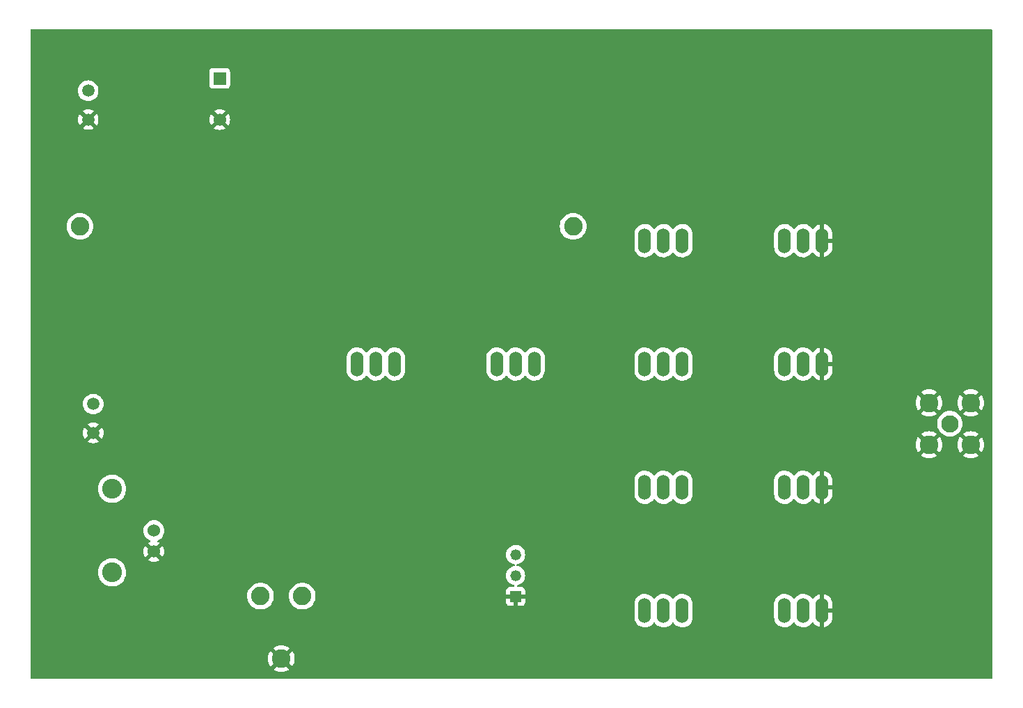
<source format=gbr>
%TF.GenerationSoftware,KiCad,Pcbnew,7.0.7*%
%TF.CreationDate,2024-05-31T20:05:00-04:00*%
%TF.ProjectId,HVHF_IIB,48564846-5f49-4494-922e-6b696361645f,rev?*%
%TF.SameCoordinates,Original*%
%TF.FileFunction,Copper,L2,Inr*%
%TF.FilePolarity,Positive*%
%FSLAX46Y46*%
G04 Gerber Fmt 4.6, Leading zero omitted, Abs format (unit mm)*
G04 Created by KiCad (PCBNEW 7.0.7) date 2024-05-31 20:05:00*
%MOMM*%
%LPD*%
G01*
G04 APERTURE LIST*
%TA.AperFunction,ComponentPad*%
%ADD10O,1.524000X3.048000*%
%TD*%
%TA.AperFunction,ComponentPad*%
%ADD11C,1.498600*%
%TD*%
%TA.AperFunction,ComponentPad*%
%ADD12C,2.100000*%
%TD*%
%TA.AperFunction,ComponentPad*%
%ADD13C,2.250000*%
%TD*%
%TA.AperFunction,ComponentPad*%
%ADD14R,1.524000X1.524000*%
%TD*%
%TA.AperFunction,ComponentPad*%
%ADD15C,1.524000*%
%TD*%
%TA.AperFunction,ComponentPad*%
%ADD16C,1.320800*%
%TD*%
%TA.AperFunction,ComponentPad*%
%ADD17R,1.320800X1.320800*%
%TD*%
%TA.AperFunction,ComponentPad*%
%ADD18C,2.413000*%
%TD*%
G04 APERTURE END LIST*
D10*
%TO.N,Net-(T4-C)*%
%TO.C,T5*%
X186286000Y-88730000D03*
%TO.N,+VDC*%
X184000000Y-88730000D03*
%TO.N,Net-(T4-B)*%
X181714000Y-88730000D03*
%TD*%
D11*
%TO.N,+5V*%
%TO.C,J2*%
X114620600Y-108608400D03*
%TO.N,GND*%
X114620600Y-112108401D03*
%TD*%
D12*
%TO.N,output*%
%TO.C,J4*%
X218840000Y-111000000D03*
D13*
%TO.N,GND*%
X216290000Y-113550000D03*
X221390000Y-113550000D03*
X216290000Y-108450000D03*
X221390000Y-108450000D03*
%TD*%
D10*
%TO.N,Net-(T1-C)*%
%TO.C,T2*%
X168286000Y-103730000D03*
%TO.N,Net-(D1-K)*%
X166000000Y-103730000D03*
%TO.N,Net-(T2-B)*%
X163714000Y-103730000D03*
%TD*%
%TO.N,Net-(T10-C)*%
%TO.C,T6*%
X186286000Y-103730000D03*
%TO.N,Net-(T6-C)*%
X184000000Y-103730000D03*
%TO.N,Net-(T10-B)*%
X181714000Y-103730000D03*
%TD*%
%TO.N,Net-(T11-C)*%
%TO.C,T7*%
X186286000Y-118730000D03*
%TO.N,Net-(T6-C)*%
X184000000Y-118730000D03*
%TO.N,Net-(T11-B)*%
X181714000Y-118730000D03*
%TD*%
%TO.N,GND*%
%TO.C,T4*%
X203286000Y-88730000D03*
%TO.N,Net-(T4-C)*%
X201000000Y-88730000D03*
%TO.N,Net-(T4-B)*%
X198714000Y-88730000D03*
%TD*%
%TO.N,Net-(T12-C)*%
%TO.C,T9*%
X186286000Y-133730000D03*
%TO.N,Net-(T6-C)*%
X184000000Y-133730000D03*
%TO.N,Net-(T12-B)*%
X181714000Y-133730000D03*
%TD*%
%TO.N,GND*%
%TO.C,T12*%
X203286000Y-133730000D03*
%TO.N,Net-(T12-C)*%
X201000000Y-133730000D03*
%TO.N,Net-(T12-B)*%
X198714000Y-133730000D03*
%TD*%
D13*
%TO.N,Net-(Q2-E)*%
%TO.C,C4*%
X140040000Y-131960000D03*
X134960000Y-131960000D03*
%TO.N,GND*%
X137500000Y-139580000D03*
%TD*%
D10*
%TO.N,GND*%
%TO.C,T11*%
X203286000Y-118730000D03*
%TO.N,Net-(T11-C)*%
X201000000Y-118730000D03*
%TO.N,Net-(T11-B)*%
X198714000Y-118730000D03*
%TD*%
D13*
%TO.N,+VDC*%
%TO.C,R11*%
X113000000Y-87000000D03*
%TO.N,/FB1*%
X173000000Y-87000000D03*
%TD*%
D14*
%TO.N,+VDC*%
%TO.C,C6*%
X130000000Y-69000000D03*
D15*
%TO.N,GND*%
X130000000Y-74003800D03*
%TD*%
D16*
%TO.N,Net-(R15-Pad2)*%
%TO.C,R16*%
X166000000Y-126920000D03*
%TO.N,Net-(T8-B)*%
X166000000Y-129460000D03*
D17*
%TO.N,GND*%
X166000000Y-132000000D03*
%TD*%
D10*
%TO.N,GND*%
%TO.C,T10*%
X203286000Y-103730000D03*
%TO.N,Net-(T10-C)*%
X201000000Y-103730000D03*
%TO.N,Net-(T10-B)*%
X198714000Y-103730000D03*
%TD*%
D11*
%TO.N,+VDC*%
%TO.C,J1*%
X114000000Y-70499999D03*
%TO.N,GND*%
X114000000Y-74000000D03*
%TD*%
D15*
%TO.N,input*%
%TO.C,J3*%
X122000000Y-124000000D03*
%TO.N,GND*%
X122000000Y-126540000D03*
D18*
%TO.N,N/C*%
X116919891Y-129080000D03*
X116919891Y-118920000D03*
%TD*%
D10*
%TO.N,/FB1*%
%TO.C,T3*%
X151286000Y-103730000D03*
%TO.N,Net-(T3-C)*%
X149000000Y-103730000D03*
%TO.N,/FB1*%
X146714000Y-103730000D03*
%TD*%
%TA.AperFunction,Conductor*%
%TO.N,GND*%
G36*
X223942539Y-63020185D02*
G01*
X223988294Y-63072989D01*
X223999500Y-63124500D01*
X223999500Y-141875500D01*
X223979815Y-141942539D01*
X223927011Y-141988294D01*
X223875500Y-141999500D01*
X107124500Y-141999500D01*
X107057461Y-141979815D01*
X107011706Y-141927011D01*
X107000500Y-141875500D01*
X107000500Y-139580000D01*
X135869975Y-139580000D01*
X135890042Y-139834989D01*
X135949752Y-140083702D01*
X136047634Y-140320012D01*
X136047636Y-140320015D01*
X136181275Y-140538095D01*
X136181286Y-140538110D01*
X136184533Y-140541911D01*
X136184535Y-140541911D01*
X136782331Y-139944114D01*
X136843654Y-139910629D01*
X136913345Y-139915613D01*
X136969279Y-139957484D01*
X136974707Y-139965350D01*
X136995187Y-139997620D01*
X136995188Y-139997621D01*
X137114902Y-140110039D01*
X137118273Y-140112489D01*
X137120274Y-140115084D01*
X137120590Y-140115381D01*
X137120542Y-140115431D01*
X137160937Y-140167821D01*
X137166913Y-140237435D01*
X137134305Y-140299228D01*
X137133065Y-140300486D01*
X136538087Y-140895464D01*
X136538087Y-140895465D01*
X136541888Y-140898712D01*
X136541898Y-140898719D01*
X136759984Y-141032363D01*
X136759987Y-141032365D01*
X136996297Y-141130247D01*
X137245011Y-141189957D01*
X137245010Y-141189957D01*
X137500000Y-141210024D01*
X137754989Y-141189957D01*
X138003702Y-141130247D01*
X138240012Y-141032365D01*
X138240015Y-141032363D01*
X138458103Y-140898719D01*
X138461912Y-140895464D01*
X137863234Y-140296787D01*
X137829749Y-140235464D01*
X137834733Y-140165773D01*
X137876604Y-140109839D01*
X137877949Y-140108847D01*
X137948492Y-140057595D01*
X138034871Y-139953180D01*
X138092768Y-139914074D01*
X138162620Y-139912478D01*
X138218094Y-139944541D01*
X138815464Y-140541912D01*
X138818719Y-140538103D01*
X138952363Y-140320015D01*
X138952365Y-140320012D01*
X139050247Y-140083702D01*
X139109957Y-139834989D01*
X139130024Y-139579999D01*
X139109957Y-139325010D01*
X139050247Y-139076297D01*
X138952365Y-138839987D01*
X138952363Y-138839984D01*
X138818719Y-138621898D01*
X138818712Y-138621888D01*
X138815465Y-138618087D01*
X138815464Y-138618087D01*
X138217667Y-139215884D01*
X138156344Y-139249369D01*
X138086652Y-139244385D01*
X138030719Y-139202513D01*
X138025290Y-139194646D01*
X138023771Y-139192252D01*
X138004814Y-139162381D01*
X137940942Y-139102402D01*
X137885097Y-139049960D01*
X137881732Y-139047515D01*
X137879731Y-139044920D01*
X137879410Y-139044619D01*
X137879458Y-139044567D01*
X137839064Y-138992187D01*
X137833082Y-138922574D01*
X137865685Y-138860778D01*
X137866932Y-138859513D01*
X138461911Y-138264535D01*
X138461911Y-138264533D01*
X138458110Y-138261286D01*
X138458095Y-138261275D01*
X138240015Y-138127636D01*
X138240012Y-138127634D01*
X138003702Y-138029752D01*
X137754988Y-137970042D01*
X137754989Y-137970042D01*
X137499999Y-137949975D01*
X137245010Y-137970042D01*
X136996297Y-138029752D01*
X136759987Y-138127634D01*
X136759984Y-138127636D01*
X136541897Y-138261280D01*
X136538087Y-138264534D01*
X137136765Y-138863212D01*
X137170250Y-138924535D01*
X137165266Y-138994227D01*
X137123394Y-139050160D01*
X137121970Y-139051210D01*
X137051510Y-139102402D01*
X137051508Y-139102405D01*
X136965130Y-139206818D01*
X136907230Y-139245925D01*
X136837378Y-139247521D01*
X136781905Y-139215458D01*
X136184534Y-138618087D01*
X136181280Y-138621897D01*
X136047636Y-138839984D01*
X136047634Y-138839987D01*
X135949752Y-139076297D01*
X135890042Y-139325010D01*
X135869975Y-139580000D01*
X107000500Y-139580000D01*
X107000500Y-134548695D01*
X180451500Y-134548695D01*
X180466767Y-134718340D01*
X180527221Y-134937392D01*
X180527227Y-134937407D01*
X180625824Y-135142146D01*
X180625828Y-135142154D01*
X180759399Y-135325999D01*
X180759405Y-135326007D01*
X180910916Y-135470866D01*
X180923662Y-135483052D01*
X181021322Y-135547517D01*
X181113319Y-135608244D01*
X181113321Y-135608245D01*
X181113323Y-135608246D01*
X181322289Y-135697562D01*
X181543846Y-135748131D01*
X181770871Y-135758327D01*
X181996068Y-135727822D01*
X182212200Y-135657596D01*
X182412319Y-135549908D01*
X182589993Y-135408217D01*
X182739512Y-135237078D01*
X182752045Y-135216101D01*
X182803324Y-135168650D01*
X182872121Y-135156453D01*
X182936591Y-135183388D01*
X182958809Y-135206817D01*
X183045399Y-135325999D01*
X183045405Y-135326007D01*
X183196916Y-135470866D01*
X183209662Y-135483052D01*
X183307322Y-135547516D01*
X183399319Y-135608244D01*
X183399321Y-135608245D01*
X183399323Y-135608246D01*
X183608289Y-135697562D01*
X183829846Y-135748131D01*
X184056871Y-135758327D01*
X184282068Y-135727822D01*
X184498200Y-135657596D01*
X184698319Y-135549908D01*
X184875993Y-135408217D01*
X185025512Y-135237078D01*
X185038045Y-135216101D01*
X185089324Y-135168650D01*
X185158121Y-135156453D01*
X185222591Y-135183388D01*
X185244809Y-135206817D01*
X185331399Y-135325999D01*
X185331405Y-135326007D01*
X185482916Y-135470866D01*
X185495662Y-135483052D01*
X185593322Y-135547517D01*
X185685319Y-135608244D01*
X185685321Y-135608245D01*
X185685323Y-135608246D01*
X185894289Y-135697562D01*
X186115846Y-135748131D01*
X186342871Y-135758327D01*
X186568068Y-135727822D01*
X186784200Y-135657596D01*
X186984319Y-135549908D01*
X187161993Y-135408217D01*
X187311512Y-135237078D01*
X187428071Y-135041992D01*
X187507922Y-134829229D01*
X187524153Y-134739788D01*
X187548500Y-134605630D01*
X187548500Y-134548695D01*
X197451500Y-134548695D01*
X197466767Y-134718340D01*
X197527221Y-134937392D01*
X197527227Y-134937407D01*
X197625824Y-135142146D01*
X197625828Y-135142154D01*
X197759399Y-135325999D01*
X197759405Y-135326007D01*
X197910916Y-135470866D01*
X197923662Y-135483052D01*
X198021322Y-135547516D01*
X198113319Y-135608244D01*
X198113321Y-135608245D01*
X198113323Y-135608246D01*
X198322289Y-135697562D01*
X198543846Y-135748131D01*
X198770871Y-135758327D01*
X198996068Y-135727822D01*
X199212200Y-135657596D01*
X199412319Y-135549908D01*
X199589993Y-135408217D01*
X199739512Y-135237078D01*
X199752045Y-135216101D01*
X199803324Y-135168650D01*
X199872121Y-135156453D01*
X199936591Y-135183388D01*
X199958809Y-135206817D01*
X200045399Y-135325999D01*
X200045405Y-135326007D01*
X200196916Y-135470866D01*
X200209662Y-135483052D01*
X200307322Y-135547516D01*
X200399319Y-135608244D01*
X200399321Y-135608245D01*
X200399323Y-135608246D01*
X200608289Y-135697562D01*
X200829846Y-135748131D01*
X201056871Y-135758327D01*
X201282068Y-135727822D01*
X201498200Y-135657596D01*
X201698319Y-135549908D01*
X201875993Y-135408217D01*
X202025512Y-135237078D01*
X202038324Y-135215633D01*
X202089603Y-135168183D01*
X202158400Y-135155986D01*
X202222870Y-135182921D01*
X202245088Y-135206350D01*
X202331780Y-135325672D01*
X202331784Y-135325677D01*
X202495976Y-135482659D01*
X202685560Y-135607803D01*
X202894439Y-135697083D01*
X202894448Y-135697086D01*
X203035998Y-135729393D01*
X203035999Y-135729393D01*
X203035999Y-134350383D01*
X203055684Y-134283344D01*
X203108488Y-134237589D01*
X203177645Y-134227645D01*
X203249666Y-134238000D01*
X203249669Y-134238000D01*
X203322331Y-134238000D01*
X203322334Y-134238000D01*
X203394353Y-134227645D01*
X203463510Y-134237589D01*
X203516314Y-134283343D01*
X203535999Y-134350383D01*
X203535999Y-135731659D01*
X203536000Y-135731660D01*
X203567952Y-135727333D01*
X203784003Y-135657134D01*
X203984039Y-135549490D01*
X203984042Y-135549488D01*
X204161646Y-135407854D01*
X204311100Y-135236789D01*
X204311107Y-135236781D01*
X204427615Y-135041781D01*
X204427619Y-135041773D01*
X204507438Y-134829095D01*
X204548000Y-134605585D01*
X204548000Y-133980000D01*
X203907684Y-133980000D01*
X203840645Y-133960315D01*
X203794890Y-133907511D01*
X203784946Y-133838353D01*
X203788707Y-133821064D01*
X203794000Y-133803038D01*
X203794000Y-133656961D01*
X203788707Y-133638936D01*
X203788706Y-133569067D01*
X203826480Y-133510288D01*
X203890036Y-133481262D01*
X203907684Y-133480000D01*
X204547999Y-133480000D01*
X204548000Y-132911330D01*
X204547999Y-132911327D01*
X204532738Y-132741749D01*
X204472307Y-132522782D01*
X204472302Y-132522769D01*
X204373743Y-132318108D01*
X204373737Y-132318098D01*
X204240219Y-132134327D01*
X204240215Y-132134322D01*
X204076023Y-131977340D01*
X203886439Y-131852196D01*
X203677559Y-131762916D01*
X203677550Y-131762913D01*
X203536000Y-131730605D01*
X203536000Y-133109616D01*
X203516315Y-133176655D01*
X203463511Y-133222410D01*
X203394355Y-133232354D01*
X203322337Y-133222000D01*
X203322334Y-133222000D01*
X203249666Y-133222000D01*
X203249662Y-133222000D01*
X203177645Y-133232354D01*
X203108487Y-133222410D01*
X203055684Y-133176654D01*
X203036000Y-133109616D01*
X203036000Y-131728339D01*
X203004040Y-131732669D01*
X203004038Y-131732669D01*
X202787996Y-131802865D01*
X202587960Y-131910509D01*
X202587957Y-131910511D01*
X202410353Y-132052145D01*
X202260899Y-132223210D01*
X202260896Y-132223214D01*
X202248275Y-132244338D01*
X202196991Y-132291791D01*
X202128194Y-132303985D01*
X202063725Y-132277049D01*
X202041510Y-132253622D01*
X201954600Y-132134000D01*
X201954594Y-132133992D01*
X201790339Y-131976949D01*
X201790338Y-131976948D01*
X201741507Y-131944715D01*
X201600680Y-131851755D01*
X201532208Y-131822489D01*
X201391711Y-131762438D01*
X201391704Y-131762436D01*
X201391700Y-131762435D01*
X201170159Y-131711870D01*
X201170155Y-131711869D01*
X201170154Y-131711869D01*
X201170153Y-131711868D01*
X201170148Y-131711868D01*
X200943132Y-131701673D01*
X200943131Y-131701673D01*
X200943129Y-131701673D01*
X200830530Y-131716925D01*
X200717929Y-131732178D01*
X200501797Y-131802405D01*
X200301679Y-131910093D01*
X200124006Y-132051782D01*
X199974493Y-132222915D01*
X199974490Y-132222918D01*
X199961954Y-132243900D01*
X199910669Y-132291352D01*
X199841872Y-132303545D01*
X199777404Y-132276608D01*
X199755194Y-132253187D01*
X199668596Y-132133995D01*
X199668594Y-132133993D01*
X199668594Y-132133992D01*
X199504339Y-131976949D01*
X199504338Y-131976948D01*
X199455507Y-131944715D01*
X199314680Y-131851755D01*
X199246208Y-131822489D01*
X199105711Y-131762438D01*
X199105704Y-131762436D01*
X199105700Y-131762435D01*
X198884159Y-131711870D01*
X198884155Y-131711869D01*
X198884154Y-131711869D01*
X198884153Y-131711868D01*
X198884148Y-131711868D01*
X198657132Y-131701673D01*
X198657131Y-131701673D01*
X198657129Y-131701673D01*
X198544530Y-131716925D01*
X198431929Y-131732178D01*
X198215797Y-131802405D01*
X198015679Y-131910093D01*
X197838006Y-132051782D01*
X197688493Y-132222915D01*
X197688487Y-132222923D01*
X197571932Y-132418001D01*
X197571930Y-132418006D01*
X197492077Y-132630771D01*
X197492077Y-132630772D01*
X197451500Y-132854369D01*
X197451500Y-134548695D01*
X187548500Y-134548695D01*
X187548500Y-132911306D01*
X187548500Y-132911301D01*
X187533232Y-132741661D01*
X187533232Y-132741659D01*
X187472778Y-132522607D01*
X187472772Y-132522592D01*
X187374175Y-132317853D01*
X187374171Y-132317845D01*
X187240600Y-132134000D01*
X187240594Y-132133992D01*
X187076339Y-131976949D01*
X187076338Y-131976948D01*
X187027507Y-131944715D01*
X186886680Y-131851755D01*
X186818208Y-131822489D01*
X186677711Y-131762438D01*
X186677704Y-131762436D01*
X186677700Y-131762435D01*
X186456159Y-131711870D01*
X186456155Y-131711869D01*
X186456154Y-131711869D01*
X186456153Y-131711868D01*
X186456148Y-131711868D01*
X186229132Y-131701673D01*
X186229131Y-131701673D01*
X186229129Y-131701673D01*
X186116530Y-131716925D01*
X186003929Y-131732178D01*
X185787797Y-131802405D01*
X185587679Y-131910093D01*
X185410006Y-132051782D01*
X185260493Y-132222915D01*
X185260490Y-132222918D01*
X185247954Y-132243900D01*
X185196669Y-132291352D01*
X185127872Y-132303545D01*
X185063404Y-132276608D01*
X185041194Y-132253187D01*
X184954596Y-132133995D01*
X184954594Y-132133993D01*
X184954594Y-132133992D01*
X184790339Y-131976949D01*
X184790338Y-131976948D01*
X184741507Y-131944715D01*
X184600680Y-131851755D01*
X184532208Y-131822489D01*
X184391711Y-131762438D01*
X184391704Y-131762436D01*
X184391700Y-131762435D01*
X184170159Y-131711870D01*
X184170155Y-131711869D01*
X184170154Y-131711869D01*
X184170153Y-131711868D01*
X184170148Y-131711868D01*
X183943132Y-131701673D01*
X183943131Y-131701673D01*
X183943129Y-131701673D01*
X183830530Y-131716925D01*
X183717929Y-131732178D01*
X183501797Y-131802405D01*
X183301679Y-131910093D01*
X183124006Y-132051782D01*
X182974493Y-132222915D01*
X182974490Y-132222918D01*
X182961954Y-132243900D01*
X182910669Y-132291352D01*
X182841872Y-132303545D01*
X182777404Y-132276608D01*
X182755194Y-132253187D01*
X182668596Y-132133995D01*
X182668594Y-132133993D01*
X182668594Y-132133992D01*
X182504339Y-131976949D01*
X182504338Y-131976948D01*
X182455507Y-131944715D01*
X182314680Y-131851755D01*
X182246208Y-131822489D01*
X182105711Y-131762438D01*
X182105704Y-131762436D01*
X182105700Y-131762435D01*
X181884159Y-131711870D01*
X181884155Y-131711869D01*
X181884154Y-131711869D01*
X181884153Y-131711868D01*
X181884148Y-131711868D01*
X181657132Y-131701673D01*
X181657131Y-131701673D01*
X181657129Y-131701673D01*
X181544530Y-131716925D01*
X181431929Y-131732178D01*
X181215797Y-131802405D01*
X181015679Y-131910093D01*
X180838006Y-132051782D01*
X180688493Y-132222915D01*
X180688487Y-132222923D01*
X180571932Y-132418001D01*
X180571930Y-132418006D01*
X180492077Y-132630771D01*
X180492077Y-132630772D01*
X180451500Y-132854369D01*
X180451500Y-134548695D01*
X107000500Y-134548695D01*
X107000500Y-134500000D01*
X137499458Y-134500000D01*
X137499617Y-134500383D01*
X137500000Y-134500542D01*
X137500383Y-134500383D01*
X137500542Y-134500000D01*
X137500383Y-134499617D01*
X137500000Y-134499458D01*
X137499617Y-134499617D01*
X137499458Y-134500000D01*
X107000500Y-134500000D01*
X107000500Y-131960000D01*
X133329474Y-131960000D01*
X133349547Y-132215064D01*
X133349547Y-132215067D01*
X133349548Y-132215070D01*
X133374283Y-132318098D01*
X133409279Y-132463864D01*
X133507188Y-132700239D01*
X133507190Y-132700242D01*
X133640875Y-132918396D01*
X133640878Y-132918401D01*
X133716200Y-133006591D01*
X133807044Y-133112956D01*
X133886580Y-133180886D01*
X134001598Y-133279121D01*
X134001600Y-133279122D01*
X134001601Y-133279123D01*
X134188917Y-133393910D01*
X134219757Y-133412809D01*
X134219760Y-133412811D01*
X134381970Y-133480000D01*
X134456140Y-133510722D01*
X134704930Y-133570452D01*
X134960000Y-133590526D01*
X135215070Y-133570452D01*
X135463860Y-133510722D01*
X135582051Y-133461765D01*
X135700239Y-133412811D01*
X135700240Y-133412810D01*
X135700243Y-133412809D01*
X135918399Y-133279123D01*
X135977001Y-133229072D01*
X136229072Y-133229072D01*
X136229616Y-133230382D01*
X136229617Y-133230383D01*
X136230000Y-133230542D01*
X136230383Y-133230383D01*
X136230542Y-133230000D01*
X136230383Y-133229617D01*
X136230382Y-133229616D01*
X136229072Y-133229072D01*
X135977001Y-133229072D01*
X136033421Y-133180885D01*
X136097180Y-133152315D01*
X136166001Y-133162711D01*
X136151251Y-133118277D01*
X136168585Y-133050591D01*
X136180881Y-133033425D01*
X136279123Y-132918399D01*
X136412809Y-132700243D01*
X136510722Y-132463860D01*
X136570452Y-132215070D01*
X136590526Y-131960000D01*
X138409474Y-131960000D01*
X138429547Y-132215064D01*
X138429547Y-132215067D01*
X138429548Y-132215070D01*
X138454283Y-132318098D01*
X138489279Y-132463864D01*
X138587188Y-132700239D01*
X138587190Y-132700242D01*
X138720875Y-132918396D01*
X138720878Y-132918401D01*
X138796200Y-133006591D01*
X138887044Y-133112956D01*
X138966580Y-133180886D01*
X139081598Y-133279121D01*
X139081600Y-133279122D01*
X139081601Y-133279123D01*
X139268917Y-133393910D01*
X139299757Y-133412809D01*
X139299760Y-133412811D01*
X139461970Y-133480000D01*
X139536140Y-133510722D01*
X139784930Y-133570452D01*
X140040000Y-133590526D01*
X140295070Y-133570452D01*
X140543860Y-133510722D01*
X140662051Y-133461765D01*
X140780239Y-133412811D01*
X140780240Y-133412810D01*
X140780243Y-133412809D01*
X140998399Y-133279123D01*
X141192956Y-133112956D01*
X141359123Y-132918399D01*
X141492809Y-132700243D01*
X141590722Y-132463860D01*
X141650452Y-132215070D01*
X141670526Y-131960000D01*
X141650452Y-131704930D01*
X141590722Y-131456140D01*
X141522632Y-131291755D01*
X141492811Y-131219760D01*
X141492809Y-131219757D01*
X141417898Y-131097513D01*
X141359123Y-131001601D01*
X141359122Y-131001600D01*
X141359121Y-131001598D01*
X141269144Y-130896249D01*
X141192956Y-130807044D01*
X141036547Y-130673458D01*
X140998401Y-130640878D01*
X140998396Y-130640875D01*
X140780242Y-130507190D01*
X140780239Y-130507188D01*
X140543864Y-130409279D01*
X140465174Y-130390387D01*
X140295070Y-130349548D01*
X140295067Y-130349547D01*
X140295064Y-130349547D01*
X140040000Y-130329474D01*
X139784935Y-130349547D01*
X139784931Y-130349547D01*
X139784930Y-130349548D01*
X139660534Y-130379412D01*
X139536135Y-130409279D01*
X139299760Y-130507188D01*
X139299757Y-130507190D01*
X139081603Y-130640875D01*
X139081598Y-130640878D01*
X138887044Y-130807044D01*
X138720878Y-131001598D01*
X138720875Y-131001603D01*
X138587190Y-131219757D01*
X138587188Y-131219760D01*
X138489279Y-131456135D01*
X138429547Y-131704935D01*
X138409474Y-131960000D01*
X136590526Y-131960000D01*
X136570452Y-131704930D01*
X136510722Y-131456140D01*
X136442632Y-131291755D01*
X136412811Y-131219760D01*
X136412809Y-131219757D01*
X136337898Y-131097513D01*
X136279123Y-131001601D01*
X136279122Y-131001600D01*
X136279121Y-131001598D01*
X136189144Y-130896249D01*
X136112956Y-130807044D01*
X135956547Y-130673458D01*
X135918401Y-130640878D01*
X135918396Y-130640875D01*
X135700242Y-130507190D01*
X135700239Y-130507188D01*
X135463864Y-130409279D01*
X135385174Y-130390387D01*
X135215070Y-130349548D01*
X135215067Y-130349547D01*
X135215064Y-130349547D01*
X134960000Y-130329474D01*
X134704935Y-130349547D01*
X134704931Y-130349547D01*
X134704930Y-130349548D01*
X134580534Y-130379412D01*
X134456135Y-130409279D01*
X134219760Y-130507188D01*
X134219757Y-130507190D01*
X134001603Y-130640875D01*
X134001598Y-130640878D01*
X133807044Y-130807044D01*
X133640878Y-131001598D01*
X133640875Y-131001603D01*
X133507190Y-131219757D01*
X133507188Y-131219760D01*
X133409279Y-131456135D01*
X133349547Y-131704935D01*
X133329474Y-131960000D01*
X107000500Y-131960000D01*
X107000500Y-129080004D01*
X115208104Y-129080004D01*
X115227221Y-129335119D01*
X115227222Y-129335124D01*
X115284150Y-129584544D01*
X115284152Y-129584553D01*
X115284154Y-129584558D01*
X115377624Y-129822717D01*
X115505546Y-130044284D01*
X115634386Y-130205844D01*
X115665065Y-130244315D01*
X115756846Y-130329474D01*
X115852609Y-130418329D01*
X116063998Y-130562451D01*
X116294505Y-130673458D01*
X116538983Y-130748869D01*
X116538984Y-130748869D01*
X116538987Y-130748870D01*
X116791961Y-130786999D01*
X116791966Y-130786999D01*
X116791969Y-130787000D01*
X116791970Y-130787000D01*
X117047812Y-130787000D01*
X117047813Y-130787000D01*
X117047820Y-130786999D01*
X117300794Y-130748870D01*
X117300795Y-130748869D01*
X117300799Y-130748869D01*
X117545277Y-130673458D01*
X117775785Y-130562451D01*
X117987173Y-130418329D01*
X118174720Y-130244311D01*
X118334236Y-130044284D01*
X118462158Y-129822717D01*
X118555628Y-129584558D01*
X118584058Y-129460000D01*
X164834127Y-129460000D01*
X164853977Y-129674228D01*
X164912855Y-129881159D01*
X164912860Y-129881172D01*
X165008751Y-130073746D01*
X165008753Y-130073749D01*
X165008755Y-130073753D01*
X165138409Y-130245444D01*
X165138412Y-130245446D01*
X165138414Y-130245449D01*
X165297402Y-130390385D01*
X165297404Y-130390386D01*
X165297405Y-130390387D01*
X165480326Y-130503647D01*
X165680944Y-130581367D01*
X165746983Y-130593712D01*
X165809263Y-130625379D01*
X165844536Y-130685692D01*
X165841602Y-130755500D01*
X165801393Y-130812640D01*
X165736675Y-130838971D01*
X165724197Y-130839600D01*
X165291755Y-130839600D01*
X165232227Y-130846001D01*
X165232220Y-130846003D01*
X165097513Y-130896245D01*
X165097506Y-130896249D01*
X164982412Y-130982409D01*
X164982409Y-130982412D01*
X164896249Y-131097506D01*
X164896245Y-131097513D01*
X164846003Y-131232220D01*
X164846001Y-131232227D01*
X164839600Y-131291755D01*
X164839600Y-131750000D01*
X165482945Y-131750000D01*
X165549984Y-131769685D01*
X165595739Y-131822489D01*
X165605683Y-131891647D01*
X165605418Y-131893398D01*
X165588534Y-131999998D01*
X165588534Y-132000001D01*
X165605418Y-132106602D01*
X165596464Y-132175895D01*
X165551467Y-132229347D01*
X165484716Y-132249987D01*
X165482945Y-132250000D01*
X164839600Y-132250000D01*
X164839600Y-132708244D01*
X164846001Y-132767772D01*
X164846003Y-132767779D01*
X164896245Y-132902486D01*
X164896249Y-132902493D01*
X164982409Y-133017587D01*
X164982412Y-133017590D01*
X165097506Y-133103750D01*
X165097513Y-133103754D01*
X165232220Y-133153996D01*
X165232227Y-133153998D01*
X165291755Y-133160399D01*
X165291772Y-133160400D01*
X165750000Y-133160400D01*
X165750000Y-132517055D01*
X165769685Y-132450016D01*
X165822489Y-132404261D01*
X165891647Y-132394317D01*
X165893397Y-132394582D01*
X165968014Y-132406400D01*
X165968015Y-132406400D01*
X166031985Y-132406400D01*
X166106603Y-132394582D01*
X166175896Y-132403537D01*
X166229348Y-132448533D01*
X166249987Y-132515285D01*
X166250000Y-132517055D01*
X166250000Y-133160400D01*
X166708228Y-133160400D01*
X166708244Y-133160399D01*
X166767772Y-133153998D01*
X166767779Y-133153996D01*
X166902486Y-133103754D01*
X166902493Y-133103750D01*
X167017587Y-133017590D01*
X167017590Y-133017587D01*
X167103750Y-132902493D01*
X167103754Y-132902486D01*
X167153996Y-132767779D01*
X167153998Y-132767772D01*
X167160399Y-132708244D01*
X167160400Y-132708227D01*
X167160400Y-132250000D01*
X166517055Y-132250000D01*
X166450016Y-132230315D01*
X166404261Y-132177511D01*
X166394317Y-132108353D01*
X166394582Y-132106602D01*
X166411466Y-132000001D01*
X166411466Y-131999998D01*
X166394582Y-131893398D01*
X166403536Y-131824105D01*
X166448533Y-131770653D01*
X166515284Y-131750013D01*
X166517055Y-131750000D01*
X167160400Y-131750000D01*
X167160400Y-131291772D01*
X167160399Y-131291755D01*
X167153998Y-131232227D01*
X167153996Y-131232220D01*
X167103754Y-131097513D01*
X167103750Y-131097506D01*
X167017590Y-130982412D01*
X167017587Y-130982409D01*
X166902493Y-130896249D01*
X166902486Y-130896245D01*
X166767779Y-130846003D01*
X166767772Y-130846001D01*
X166708244Y-130839600D01*
X166275803Y-130839600D01*
X166208764Y-130819915D01*
X166163009Y-130767111D01*
X166153065Y-130697953D01*
X166182090Y-130634397D01*
X166240868Y-130596623D01*
X166253005Y-130593713D01*
X166319056Y-130581367D01*
X166519674Y-130503647D01*
X166702595Y-130390387D01*
X166861591Y-130245444D01*
X166991245Y-130073753D01*
X167087144Y-129881162D01*
X167146022Y-129674229D01*
X167165873Y-129460000D01*
X167146022Y-129245771D01*
X167087144Y-129038838D01*
X166991245Y-128846247D01*
X166861591Y-128674556D01*
X166861587Y-128674552D01*
X166861585Y-128674550D01*
X166702597Y-128529614D01*
X166662811Y-128504979D01*
X166519674Y-128416353D01*
X166319056Y-128338633D01*
X166175983Y-128311888D01*
X166113704Y-128280221D01*
X166078431Y-128219908D01*
X166081365Y-128150100D01*
X166121574Y-128092960D01*
X166175982Y-128068111D01*
X166319056Y-128041367D01*
X166519674Y-127963647D01*
X166702595Y-127850387D01*
X166861591Y-127705444D01*
X166991245Y-127533753D01*
X167087144Y-127341162D01*
X167146022Y-127134229D01*
X167165873Y-126920000D01*
X167146022Y-126705771D01*
X167087144Y-126498838D01*
X167071271Y-126466961D01*
X166991248Y-126306253D01*
X166991247Y-126306252D01*
X166991245Y-126306247D01*
X166861591Y-126134556D01*
X166861587Y-126134552D01*
X166861585Y-126134550D01*
X166702597Y-125989614D01*
X166662811Y-125964979D01*
X166519674Y-125876353D01*
X166319056Y-125798633D01*
X166107573Y-125759100D01*
X165892427Y-125759100D01*
X165680944Y-125798633D01*
X165554075Y-125847782D01*
X165480328Y-125876352D01*
X165480327Y-125876352D01*
X165297402Y-125989614D01*
X165138414Y-126134550D01*
X165138407Y-126134558D01*
X165008760Y-126306239D01*
X165008751Y-126306253D01*
X164912860Y-126498827D01*
X164912855Y-126498840D01*
X164853977Y-126705771D01*
X164834127Y-126919999D01*
X164834127Y-126920000D01*
X164853977Y-127134228D01*
X164912855Y-127341159D01*
X164912860Y-127341172D01*
X165008751Y-127533746D01*
X165008753Y-127533749D01*
X165008755Y-127533753D01*
X165138409Y-127705444D01*
X165138412Y-127705446D01*
X165138414Y-127705449D01*
X165297402Y-127850385D01*
X165297404Y-127850386D01*
X165297405Y-127850387D01*
X165480326Y-127963647D01*
X165680944Y-128041367D01*
X165824015Y-128068111D01*
X165886295Y-128099779D01*
X165921568Y-128160092D01*
X165918634Y-128229900D01*
X165878425Y-128287040D01*
X165824015Y-128311888D01*
X165680944Y-128338633D01*
X165554075Y-128387782D01*
X165480328Y-128416352D01*
X165480327Y-128416352D01*
X165297402Y-128529614D01*
X165138414Y-128674550D01*
X165138407Y-128674558D01*
X165008760Y-128846239D01*
X165008751Y-128846253D01*
X164912860Y-129038827D01*
X164912855Y-129038840D01*
X164853977Y-129245771D01*
X164834127Y-129459999D01*
X164834127Y-129460000D01*
X118584058Y-129460000D01*
X118612559Y-129335129D01*
X118612560Y-129335119D01*
X118631678Y-129080004D01*
X118631678Y-129079995D01*
X118612560Y-128824880D01*
X118612559Y-128824875D01*
X118612559Y-128824871D01*
X118555628Y-128575442D01*
X118462158Y-128337283D01*
X118334236Y-128115716D01*
X118174720Y-127915689D01*
X118174719Y-127915688D01*
X118174716Y-127915684D01*
X117987173Y-127741671D01*
X117934033Y-127705441D01*
X117775785Y-127597549D01*
X117775781Y-127597547D01*
X117775778Y-127597545D01*
X117775776Y-127597544D01*
X117545279Y-127486543D01*
X117545281Y-127486543D01*
X117300800Y-127411131D01*
X117300794Y-127411129D01*
X117047820Y-127373000D01*
X117047813Y-127373000D01*
X116791969Y-127373000D01*
X116791961Y-127373000D01*
X116538987Y-127411129D01*
X116538981Y-127411131D01*
X116294504Y-127486542D01*
X116064001Y-127597547D01*
X116063997Y-127597549D01*
X115852611Y-127741669D01*
X115665065Y-127915684D01*
X115505546Y-128115716D01*
X115377624Y-128337282D01*
X115284156Y-128575436D01*
X115284150Y-128575455D01*
X115227222Y-128824875D01*
X115227221Y-128824880D01*
X115208104Y-129079995D01*
X115208104Y-129080004D01*
X107000500Y-129080004D01*
X107000500Y-124000002D01*
X120732677Y-124000002D01*
X120751929Y-124220062D01*
X120751930Y-124220070D01*
X120809104Y-124433445D01*
X120809105Y-124433447D01*
X120809106Y-124433450D01*
X120902466Y-124633661D01*
X120902466Y-124633662D01*
X120902468Y-124633666D01*
X121029170Y-124814615D01*
X121029175Y-124814621D01*
X121185378Y-124970824D01*
X121185384Y-124970829D01*
X121366333Y-125097531D01*
X121366335Y-125097532D01*
X121366338Y-125097534D01*
X121495781Y-125157894D01*
X121548220Y-125204066D01*
X121567372Y-125271260D01*
X121547156Y-125338141D01*
X121495781Y-125382658D01*
X121366586Y-125442903D01*
X121301812Y-125488257D01*
X121301811Y-125488258D01*
X121735115Y-125921562D01*
X121768600Y-125982885D01*
X121763616Y-126052577D01*
X121728637Y-126102955D01*
X121612133Y-126203907D01*
X121612129Y-126203912D01*
X121577257Y-126258174D01*
X121524453Y-126303929D01*
X121455294Y-126313872D01*
X121391739Y-126284847D01*
X121385261Y-126278815D01*
X120948258Y-125841811D01*
X120948257Y-125841812D01*
X120902903Y-125906586D01*
X120809579Y-126106720D01*
X120809575Y-126106729D01*
X120752426Y-126320013D01*
X120752424Y-126320023D01*
X120733179Y-126539999D01*
X120733179Y-126540000D01*
X120752424Y-126759976D01*
X120752426Y-126759986D01*
X120809575Y-126973270D01*
X120809580Y-126973284D01*
X120902899Y-127173407D01*
X120902900Y-127173409D01*
X120948258Y-127238187D01*
X121385260Y-126801184D01*
X121446583Y-126767699D01*
X121516274Y-126772683D01*
X121572208Y-126814554D01*
X121577256Y-126821825D01*
X121612129Y-126876087D01*
X121612133Y-126876092D01*
X121728636Y-126977044D01*
X121766410Y-127035822D01*
X121766410Y-127105692D01*
X121735114Y-127158437D01*
X121301811Y-127591740D01*
X121301811Y-127591741D01*
X121366582Y-127637094D01*
X121366592Y-127637100D01*
X121566715Y-127730419D01*
X121566729Y-127730424D01*
X121780013Y-127787573D01*
X121780023Y-127787575D01*
X121999999Y-127806821D01*
X122000001Y-127806821D01*
X122219976Y-127787575D01*
X122219986Y-127787573D01*
X122433270Y-127730424D01*
X122433284Y-127730419D01*
X122633408Y-127637100D01*
X122633420Y-127637093D01*
X122698186Y-127591742D01*
X122698187Y-127591740D01*
X122264884Y-127158437D01*
X122231399Y-127097114D01*
X122236383Y-127027422D01*
X122271362Y-126977043D01*
X122277465Y-126971753D01*
X122277470Y-126971752D01*
X122387869Y-126876090D01*
X122422742Y-126821825D01*
X122475544Y-126776071D01*
X122544702Y-126766127D01*
X122608258Y-126795151D01*
X122614738Y-126801184D01*
X123051741Y-127238187D01*
X123051742Y-127238186D01*
X123097093Y-127173420D01*
X123097100Y-127173408D01*
X123190419Y-126973284D01*
X123190424Y-126973270D01*
X123247573Y-126759986D01*
X123247575Y-126759976D01*
X123266821Y-126540000D01*
X123266821Y-126539999D01*
X123247575Y-126320023D01*
X123247573Y-126320013D01*
X123190424Y-126106729D01*
X123190420Y-126106720D01*
X123097098Y-125906590D01*
X123051740Y-125841811D01*
X122614738Y-126278814D01*
X122553415Y-126312299D01*
X122483723Y-126307315D01*
X122427790Y-126265443D01*
X122422742Y-126258173D01*
X122387870Y-126203911D01*
X122387865Y-126203907D01*
X122307824Y-126134550D01*
X122271361Y-126102954D01*
X122233588Y-126044176D01*
X122233588Y-125974306D01*
X122264884Y-125921561D01*
X122698187Y-125488258D01*
X122633409Y-125442900D01*
X122633407Y-125442899D01*
X122504219Y-125382658D01*
X122451779Y-125336486D01*
X122432627Y-125269293D01*
X122452843Y-125202411D01*
X122504219Y-125157894D01*
X122633662Y-125097534D01*
X122814620Y-124970826D01*
X122970826Y-124814620D01*
X123097534Y-124633662D01*
X123190894Y-124433450D01*
X123248070Y-124220068D01*
X123267323Y-124000000D01*
X123248070Y-123779932D01*
X123190894Y-123566550D01*
X123097534Y-123366339D01*
X122970826Y-123185380D01*
X122814620Y-123029174D01*
X122814616Y-123029171D01*
X122814615Y-123029170D01*
X122633666Y-122902468D01*
X122633662Y-122902466D01*
X122633660Y-122902465D01*
X122433450Y-122809106D01*
X122433447Y-122809105D01*
X122433445Y-122809104D01*
X122220070Y-122751930D01*
X122220062Y-122751929D01*
X122000002Y-122732677D01*
X121999998Y-122732677D01*
X121779937Y-122751929D01*
X121779929Y-122751930D01*
X121566554Y-122809104D01*
X121566548Y-122809107D01*
X121366340Y-122902465D01*
X121366338Y-122902466D01*
X121185377Y-123029175D01*
X121029175Y-123185377D01*
X120902466Y-123366338D01*
X120902465Y-123366340D01*
X120809107Y-123566548D01*
X120809104Y-123566554D01*
X120751930Y-123779929D01*
X120751929Y-123779937D01*
X120732677Y-123999997D01*
X120732677Y-124000002D01*
X107000500Y-124000002D01*
X107000500Y-118920004D01*
X115208104Y-118920004D01*
X115227221Y-119175119D01*
X115227222Y-119175124D01*
X115284150Y-119424544D01*
X115284152Y-119424553D01*
X115284154Y-119424558D01*
X115377624Y-119662717D01*
X115505546Y-119884284D01*
X115624313Y-120033213D01*
X115665065Y-120084315D01*
X115755958Y-120168650D01*
X115852609Y-120258329D01*
X116063998Y-120402451D01*
X116294505Y-120513458D01*
X116538983Y-120588869D01*
X116538984Y-120588869D01*
X116538987Y-120588870D01*
X116791961Y-120626999D01*
X116791966Y-120626999D01*
X116791969Y-120627000D01*
X116791970Y-120627000D01*
X117047812Y-120627000D01*
X117047813Y-120627000D01*
X117047820Y-120626999D01*
X117300794Y-120588870D01*
X117300795Y-120588869D01*
X117300799Y-120588869D01*
X117545277Y-120513458D01*
X117775785Y-120402451D01*
X117987173Y-120258329D01*
X118174720Y-120084311D01*
X118334236Y-119884284D01*
X118462158Y-119662717D01*
X118506908Y-119548695D01*
X180451500Y-119548695D01*
X180466767Y-119718340D01*
X180527221Y-119937392D01*
X180527227Y-119937407D01*
X180625824Y-120142146D01*
X180625828Y-120142154D01*
X180759399Y-120325999D01*
X180759405Y-120326007D01*
X180910916Y-120470866D01*
X180923662Y-120483052D01*
X181021322Y-120547517D01*
X181113319Y-120608244D01*
X181113321Y-120608245D01*
X181113323Y-120608246D01*
X181322289Y-120697562D01*
X181543846Y-120748131D01*
X181770871Y-120758327D01*
X181996068Y-120727822D01*
X182212200Y-120657596D01*
X182412319Y-120549908D01*
X182589993Y-120408217D01*
X182739512Y-120237078D01*
X182752045Y-120216101D01*
X182803324Y-120168650D01*
X182872121Y-120156453D01*
X182936591Y-120183388D01*
X182958809Y-120206817D01*
X183045399Y-120325999D01*
X183045405Y-120326007D01*
X183196916Y-120470866D01*
X183209662Y-120483052D01*
X183307322Y-120547517D01*
X183399319Y-120608244D01*
X183399321Y-120608245D01*
X183399323Y-120608246D01*
X183608289Y-120697562D01*
X183829846Y-120748131D01*
X184056871Y-120758327D01*
X184282068Y-120727822D01*
X184498200Y-120657596D01*
X184698319Y-120549908D01*
X184875993Y-120408217D01*
X185025512Y-120237078D01*
X185038045Y-120216101D01*
X185089324Y-120168650D01*
X185158121Y-120156453D01*
X185222591Y-120183388D01*
X185244809Y-120206817D01*
X185331399Y-120325999D01*
X185331405Y-120326007D01*
X185482916Y-120470866D01*
X185495662Y-120483052D01*
X185593322Y-120547516D01*
X185685319Y-120608244D01*
X185685321Y-120608245D01*
X185685323Y-120608246D01*
X185894289Y-120697562D01*
X186115846Y-120748131D01*
X186342871Y-120758327D01*
X186568068Y-120727822D01*
X186784200Y-120657596D01*
X186984319Y-120549908D01*
X187161993Y-120408217D01*
X187311512Y-120237078D01*
X187428071Y-120041992D01*
X187507922Y-119829229D01*
X187524153Y-119739788D01*
X187548500Y-119605630D01*
X187548500Y-119548695D01*
X197451500Y-119548695D01*
X197466767Y-119718340D01*
X197527221Y-119937392D01*
X197527227Y-119937407D01*
X197625824Y-120142146D01*
X197625828Y-120142154D01*
X197759399Y-120325999D01*
X197759405Y-120326007D01*
X197910916Y-120470866D01*
X197923662Y-120483052D01*
X198021322Y-120547516D01*
X198113319Y-120608244D01*
X198113321Y-120608245D01*
X198113323Y-120608246D01*
X198322289Y-120697562D01*
X198543846Y-120748131D01*
X198770871Y-120758327D01*
X198996068Y-120727822D01*
X199212200Y-120657596D01*
X199412319Y-120549908D01*
X199589993Y-120408217D01*
X199739512Y-120237078D01*
X199752045Y-120216101D01*
X199803324Y-120168650D01*
X199872121Y-120156453D01*
X199936591Y-120183388D01*
X199958809Y-120206817D01*
X200045399Y-120325999D01*
X200045405Y-120326007D01*
X200196916Y-120470866D01*
X200209662Y-120483052D01*
X200307322Y-120547516D01*
X200399319Y-120608244D01*
X200399321Y-120608245D01*
X200399323Y-120608246D01*
X200608289Y-120697562D01*
X200829846Y-120748131D01*
X201056871Y-120758327D01*
X201282068Y-120727822D01*
X201498200Y-120657596D01*
X201698319Y-120549908D01*
X201875993Y-120408217D01*
X202025512Y-120237078D01*
X202038324Y-120215633D01*
X202089603Y-120168183D01*
X202158400Y-120155986D01*
X202222870Y-120182921D01*
X202245088Y-120206350D01*
X202331780Y-120325672D01*
X202331784Y-120325677D01*
X202495976Y-120482659D01*
X202685560Y-120607803D01*
X202894439Y-120697083D01*
X202894448Y-120697086D01*
X203035998Y-120729393D01*
X203035999Y-120729393D01*
X203035999Y-119350383D01*
X203055684Y-119283344D01*
X203108488Y-119237589D01*
X203177645Y-119227645D01*
X203249666Y-119238000D01*
X203249669Y-119238000D01*
X203322331Y-119238000D01*
X203322334Y-119238000D01*
X203394353Y-119227645D01*
X203463510Y-119237589D01*
X203516314Y-119283343D01*
X203535999Y-119350383D01*
X203535999Y-120731659D01*
X203536000Y-120731660D01*
X203567952Y-120727333D01*
X203784003Y-120657134D01*
X203984039Y-120549490D01*
X203984042Y-120549488D01*
X204161646Y-120407854D01*
X204311100Y-120236789D01*
X204311107Y-120236781D01*
X204427615Y-120041781D01*
X204427619Y-120041773D01*
X204507438Y-119829095D01*
X204548000Y-119605585D01*
X204548000Y-118980000D01*
X203907684Y-118980000D01*
X203840645Y-118960315D01*
X203794890Y-118907511D01*
X203784946Y-118838353D01*
X203788707Y-118821064D01*
X203794000Y-118803038D01*
X203794000Y-118656961D01*
X203788707Y-118638936D01*
X203788706Y-118569067D01*
X203826480Y-118510288D01*
X203890036Y-118481262D01*
X203907684Y-118480000D01*
X204547999Y-118480000D01*
X204548000Y-117911330D01*
X204547999Y-117911327D01*
X204532738Y-117741749D01*
X204472307Y-117522782D01*
X204472302Y-117522769D01*
X204373743Y-117318108D01*
X204373737Y-117318098D01*
X204240219Y-117134327D01*
X204240215Y-117134322D01*
X204076023Y-116977340D01*
X203886439Y-116852196D01*
X203677559Y-116762916D01*
X203677550Y-116762913D01*
X203536000Y-116730605D01*
X203536000Y-118109616D01*
X203516315Y-118176655D01*
X203463511Y-118222410D01*
X203394355Y-118232354D01*
X203322337Y-118222000D01*
X203322334Y-118222000D01*
X203249666Y-118222000D01*
X203249662Y-118222000D01*
X203177645Y-118232354D01*
X203108487Y-118222410D01*
X203055684Y-118176654D01*
X203036000Y-118109616D01*
X203036000Y-116728339D01*
X203004040Y-116732669D01*
X203004038Y-116732669D01*
X202787996Y-116802865D01*
X202587960Y-116910509D01*
X202587957Y-116910511D01*
X202410353Y-117052145D01*
X202260899Y-117223210D01*
X202260896Y-117223214D01*
X202248275Y-117244338D01*
X202196991Y-117291791D01*
X202128194Y-117303985D01*
X202063725Y-117277049D01*
X202041510Y-117253622D01*
X201954600Y-117134000D01*
X201954594Y-117133992D01*
X201790339Y-116976949D01*
X201790338Y-116976948D01*
X201741507Y-116944715D01*
X201600680Y-116851755D01*
X201548807Y-116829584D01*
X201391711Y-116762438D01*
X201391704Y-116762436D01*
X201391700Y-116762435D01*
X201170159Y-116711870D01*
X201170155Y-116711869D01*
X201170154Y-116711869D01*
X201170153Y-116711868D01*
X201170148Y-116711868D01*
X200943132Y-116701673D01*
X200943131Y-116701673D01*
X200943129Y-116701673D01*
X200830530Y-116716925D01*
X200717929Y-116732178D01*
X200501797Y-116802405D01*
X200301679Y-116910093D01*
X200124006Y-117051782D01*
X199974493Y-117222915D01*
X199974490Y-117222918D01*
X199961954Y-117243900D01*
X199910669Y-117291352D01*
X199841872Y-117303545D01*
X199777404Y-117276608D01*
X199755194Y-117253187D01*
X199668596Y-117133995D01*
X199668594Y-117133993D01*
X199668594Y-117133992D01*
X199504339Y-116976949D01*
X199504338Y-116976948D01*
X199455507Y-116944715D01*
X199314680Y-116851755D01*
X199262807Y-116829584D01*
X199105711Y-116762438D01*
X199105704Y-116762436D01*
X199105700Y-116762435D01*
X198884159Y-116711870D01*
X198884155Y-116711869D01*
X198884154Y-116711869D01*
X198884153Y-116711868D01*
X198884148Y-116711868D01*
X198657132Y-116701673D01*
X198657131Y-116701673D01*
X198657129Y-116701673D01*
X198544530Y-116716925D01*
X198431929Y-116732178D01*
X198215797Y-116802405D01*
X198015679Y-116910093D01*
X197838006Y-117051782D01*
X197688493Y-117222915D01*
X197688487Y-117222923D01*
X197571932Y-117418001D01*
X197571930Y-117418006D01*
X197492077Y-117630771D01*
X197492077Y-117630772D01*
X197451500Y-117854369D01*
X197451500Y-119548695D01*
X187548500Y-119548695D01*
X187548500Y-117911306D01*
X187548500Y-117911301D01*
X187533232Y-117741661D01*
X187533232Y-117741659D01*
X187472778Y-117522607D01*
X187472772Y-117522592D01*
X187374175Y-117317853D01*
X187374171Y-117317845D01*
X187240600Y-117134000D01*
X187240594Y-117133992D01*
X187076339Y-116976949D01*
X187076338Y-116976948D01*
X187027507Y-116944715D01*
X186886680Y-116851755D01*
X186834807Y-116829584D01*
X186677711Y-116762438D01*
X186677704Y-116762436D01*
X186677700Y-116762435D01*
X186456159Y-116711870D01*
X186456155Y-116711869D01*
X186456154Y-116711869D01*
X186456153Y-116711868D01*
X186456148Y-116711868D01*
X186229132Y-116701673D01*
X186229131Y-116701673D01*
X186229129Y-116701673D01*
X186116530Y-116716925D01*
X186003929Y-116732178D01*
X185787797Y-116802405D01*
X185587679Y-116910093D01*
X185410006Y-117051782D01*
X185260493Y-117222915D01*
X185260490Y-117222918D01*
X185247954Y-117243900D01*
X185196669Y-117291352D01*
X185127872Y-117303545D01*
X185063404Y-117276608D01*
X185041194Y-117253187D01*
X184954596Y-117133995D01*
X184954594Y-117133993D01*
X184954594Y-117133992D01*
X184790339Y-116976949D01*
X184790338Y-116976948D01*
X184741507Y-116944715D01*
X184600680Y-116851755D01*
X184548807Y-116829584D01*
X184391711Y-116762438D01*
X184391704Y-116762436D01*
X184391700Y-116762435D01*
X184170159Y-116711870D01*
X184170155Y-116711869D01*
X184170154Y-116711869D01*
X184170153Y-116711868D01*
X184170148Y-116711868D01*
X183943132Y-116701673D01*
X183943131Y-116701673D01*
X183943129Y-116701673D01*
X183830530Y-116716925D01*
X183717929Y-116732178D01*
X183501797Y-116802405D01*
X183301679Y-116910093D01*
X183124006Y-117051782D01*
X182974493Y-117222915D01*
X182974490Y-117222918D01*
X182961954Y-117243900D01*
X182910669Y-117291352D01*
X182841872Y-117303545D01*
X182777404Y-117276608D01*
X182755194Y-117253187D01*
X182668596Y-117133995D01*
X182668594Y-117133993D01*
X182668594Y-117133992D01*
X182504339Y-116976949D01*
X182504338Y-116976948D01*
X182455507Y-116944715D01*
X182314680Y-116851755D01*
X182262807Y-116829584D01*
X182105711Y-116762438D01*
X182105704Y-116762436D01*
X182105700Y-116762435D01*
X181884159Y-116711870D01*
X181884155Y-116711869D01*
X181884154Y-116711869D01*
X181884153Y-116711868D01*
X181884148Y-116711868D01*
X181657132Y-116701673D01*
X181657131Y-116701673D01*
X181657129Y-116701673D01*
X181544530Y-116716925D01*
X181431929Y-116732178D01*
X181215797Y-116802405D01*
X181015679Y-116910093D01*
X180838006Y-117051782D01*
X180688493Y-117222915D01*
X180688487Y-117222923D01*
X180571932Y-117418001D01*
X180571930Y-117418006D01*
X180492077Y-117630771D01*
X180492077Y-117630772D01*
X180451500Y-117854369D01*
X180451500Y-119548695D01*
X118506908Y-119548695D01*
X118555628Y-119424558D01*
X118612559Y-119175129D01*
X118612560Y-119175119D01*
X118631678Y-118920004D01*
X118631678Y-118919995D01*
X118612560Y-118664880D01*
X118612559Y-118664875D01*
X118612559Y-118664871D01*
X118555628Y-118415442D01*
X118462158Y-118177283D01*
X118334236Y-117955716D01*
X118174720Y-117755689D01*
X118174719Y-117755688D01*
X118174716Y-117755684D01*
X117987173Y-117581671D01*
X117987170Y-117581669D01*
X117775785Y-117437549D01*
X117775781Y-117437547D01*
X117775778Y-117437545D01*
X117775776Y-117437544D01*
X117545279Y-117326543D01*
X117545281Y-117326543D01*
X117300800Y-117251131D01*
X117300794Y-117251129D01*
X117047820Y-117213000D01*
X117047813Y-117213000D01*
X116791969Y-117213000D01*
X116791961Y-117213000D01*
X116538987Y-117251129D01*
X116538981Y-117251131D01*
X116294504Y-117326542D01*
X116064001Y-117437547D01*
X116063997Y-117437549D01*
X115852611Y-117581669D01*
X115665065Y-117755684D01*
X115505546Y-117955716D01*
X115377624Y-118177282D01*
X115284156Y-118415436D01*
X115284150Y-118415455D01*
X115227222Y-118664875D01*
X115227221Y-118664880D01*
X115208104Y-118919995D01*
X115208104Y-118920004D01*
X107000500Y-118920004D01*
X107000500Y-113550000D01*
X214659975Y-113550000D01*
X214680042Y-113804989D01*
X214739752Y-114053702D01*
X214837634Y-114290012D01*
X214837636Y-114290015D01*
X214971275Y-114508095D01*
X214971286Y-114508110D01*
X214974533Y-114511911D01*
X214974535Y-114511911D01*
X215501667Y-113984778D01*
X215562990Y-113951293D01*
X215632681Y-113956277D01*
X215688615Y-113998148D01*
X215688811Y-113998411D01*
X215740756Y-114068185D01*
X215846223Y-114156683D01*
X215884925Y-114214854D01*
X215886033Y-114284715D01*
X215854198Y-114339353D01*
X215328087Y-114865464D01*
X215328087Y-114865465D01*
X215331888Y-114868712D01*
X215331898Y-114868719D01*
X215549984Y-115002363D01*
X215549987Y-115002365D01*
X215786297Y-115100247D01*
X216035011Y-115159957D01*
X216035010Y-115159957D01*
X216290000Y-115180024D01*
X216544989Y-115159957D01*
X216793702Y-115100247D01*
X217030012Y-115002365D01*
X217030015Y-115002363D01*
X217248103Y-114868719D01*
X217251912Y-114865464D01*
X216725875Y-114339428D01*
X216692390Y-114278105D01*
X216697374Y-114208414D01*
X216739245Y-114152480D01*
X216745398Y-114148159D01*
X216775373Y-114128445D01*
X216895688Y-114000918D01*
X216895687Y-114000918D01*
X216900645Y-113995664D01*
X216901841Y-113996792D01*
X216950641Y-113960049D01*
X217020319Y-113954870D01*
X217081735Y-113988183D01*
X217605464Y-114511912D01*
X217608719Y-114508103D01*
X217742363Y-114290015D01*
X217742365Y-114290012D01*
X217840247Y-114053702D01*
X217899957Y-113804989D01*
X217920024Y-113550000D01*
X219759975Y-113550000D01*
X219780042Y-113804989D01*
X219839752Y-114053702D01*
X219937634Y-114290012D01*
X219937636Y-114290015D01*
X220071275Y-114508095D01*
X220071286Y-114508110D01*
X220074533Y-114511911D01*
X220074535Y-114511911D01*
X220601667Y-113984778D01*
X220662990Y-113951293D01*
X220732681Y-113956277D01*
X220788615Y-113998148D01*
X220788811Y-113998411D01*
X220840756Y-114068185D01*
X220946223Y-114156683D01*
X220984925Y-114214854D01*
X220986033Y-114284715D01*
X220954198Y-114339353D01*
X220428087Y-114865464D01*
X220428087Y-114865465D01*
X220431888Y-114868712D01*
X220431898Y-114868719D01*
X220649984Y-115002363D01*
X220649987Y-115002365D01*
X220886297Y-115100247D01*
X221135011Y-115159957D01*
X221135010Y-115159957D01*
X221390000Y-115180024D01*
X221644989Y-115159957D01*
X221893702Y-115100247D01*
X222130012Y-115002365D01*
X222130015Y-115002363D01*
X222348103Y-114868719D01*
X222351912Y-114865464D01*
X221825875Y-114339428D01*
X221792390Y-114278105D01*
X221797374Y-114208414D01*
X221839245Y-114152480D01*
X221845398Y-114148159D01*
X221875373Y-114128445D01*
X221995688Y-114000918D01*
X221995687Y-114000918D01*
X222000645Y-113995664D01*
X222001841Y-113996792D01*
X222050641Y-113960049D01*
X222120319Y-113954870D01*
X222181735Y-113988183D01*
X222705464Y-114511912D01*
X222708719Y-114508103D01*
X222842363Y-114290015D01*
X222842365Y-114290012D01*
X222940247Y-114053702D01*
X222999957Y-113804989D01*
X223020024Y-113550000D01*
X222999957Y-113295010D01*
X222940247Y-113046297D01*
X222842365Y-112809987D01*
X222842363Y-112809984D01*
X222708719Y-112591898D01*
X222708712Y-112591888D01*
X222705465Y-112588087D01*
X222705464Y-112588087D01*
X222178331Y-113115220D01*
X222117008Y-113148705D01*
X222047316Y-113143721D01*
X221991383Y-113101849D01*
X221991291Y-113101726D01*
X221939244Y-113031815D01*
X221939243Y-113031814D01*
X221833775Y-112943315D01*
X221795073Y-112885143D01*
X221793965Y-112815283D01*
X221825800Y-112760645D01*
X222351911Y-112234535D01*
X222351911Y-112234533D01*
X222348110Y-112231286D01*
X222348095Y-112231275D01*
X222130015Y-112097636D01*
X222130012Y-112097634D01*
X221893702Y-111999752D01*
X221644988Y-111940042D01*
X221644989Y-111940042D01*
X221390000Y-111919975D01*
X221135010Y-111940042D01*
X220886297Y-111999752D01*
X220649987Y-112097634D01*
X220649984Y-112097636D01*
X220431897Y-112231280D01*
X220428087Y-112234534D01*
X220954124Y-112760571D01*
X220987609Y-112821894D01*
X220982625Y-112891586D01*
X220940753Y-112947519D01*
X220934583Y-112951852D01*
X220904627Y-112971554D01*
X220779355Y-113104335D01*
X220778163Y-113103210D01*
X220729324Y-113139962D01*
X220659646Y-113145122D01*
X220598238Y-113111791D01*
X220074534Y-112588087D01*
X220071280Y-112591897D01*
X219937636Y-112809984D01*
X219937634Y-112809987D01*
X219839752Y-113046297D01*
X219780042Y-113295010D01*
X219759975Y-113550000D01*
X217920024Y-113550000D01*
X217899957Y-113295010D01*
X217840247Y-113046297D01*
X217742365Y-112809987D01*
X217742363Y-112809984D01*
X217608719Y-112591898D01*
X217608712Y-112591888D01*
X217605465Y-112588087D01*
X217605464Y-112588087D01*
X217078331Y-113115220D01*
X217017008Y-113148705D01*
X216947316Y-113143721D01*
X216891383Y-113101849D01*
X216891291Y-113101726D01*
X216839244Y-113031815D01*
X216839243Y-113031814D01*
X216733775Y-112943315D01*
X216695073Y-112885143D01*
X216693965Y-112815283D01*
X216725800Y-112760645D01*
X217251911Y-112234535D01*
X217251911Y-112234533D01*
X217248110Y-112231286D01*
X217248095Y-112231275D01*
X217030015Y-112097636D01*
X217030012Y-112097634D01*
X216793702Y-111999752D01*
X216544988Y-111940042D01*
X216544989Y-111940042D01*
X216290000Y-111919975D01*
X216035010Y-111940042D01*
X215786297Y-111999752D01*
X215549987Y-112097634D01*
X215549984Y-112097636D01*
X215331897Y-112231280D01*
X215328087Y-112234534D01*
X215854124Y-112760571D01*
X215887609Y-112821894D01*
X215882625Y-112891586D01*
X215840753Y-112947519D01*
X215834583Y-112951852D01*
X215804627Y-112971554D01*
X215679355Y-113104335D01*
X215678163Y-113103210D01*
X215629324Y-113139962D01*
X215559646Y-113145122D01*
X215498238Y-113111791D01*
X214974534Y-112588087D01*
X214971280Y-112591897D01*
X214837636Y-112809984D01*
X214837634Y-112809987D01*
X214739752Y-113046297D01*
X214680042Y-113295010D01*
X214659975Y-113550000D01*
X107000500Y-113550000D01*
X107000500Y-112108402D01*
X113366528Y-112108402D01*
X113385579Y-112326162D01*
X113385581Y-112326172D01*
X113442155Y-112537311D01*
X113442159Y-112537320D01*
X113534544Y-112735440D01*
X113577976Y-112797469D01*
X113577977Y-112797470D01*
X114015051Y-112360395D01*
X114076374Y-112326910D01*
X114146065Y-112331894D01*
X114201999Y-112373765D01*
X114207047Y-112381036D01*
X114242426Y-112436086D01*
X114242428Y-112436089D01*
X114350067Y-112529358D01*
X114356770Y-112535166D01*
X114354650Y-112537611D01*
X114390026Y-112578429D01*
X114399977Y-112647586D01*
X114370958Y-112711145D01*
X114364918Y-112717633D01*
X113931529Y-113151021D01*
X113931530Y-113151023D01*
X113993560Y-113194456D01*
X114191680Y-113286841D01*
X114191689Y-113286845D01*
X114402828Y-113343419D01*
X114402838Y-113343421D01*
X114620598Y-113362473D01*
X114620602Y-113362473D01*
X114838361Y-113343421D01*
X114838371Y-113343419D01*
X115049510Y-113286845D01*
X115049519Y-113286841D01*
X115247635Y-113194458D01*
X115309669Y-113151022D01*
X114876280Y-112717634D01*
X114842795Y-112656311D01*
X114847779Y-112586620D01*
X114885431Y-112536321D01*
X114884430Y-112535166D01*
X114891133Y-112529358D01*
X114998772Y-112436089D01*
X115034151Y-112381036D01*
X115086952Y-112335283D01*
X115156111Y-112325338D01*
X115219667Y-112354362D01*
X115226147Y-112360395D01*
X115663221Y-112797470D01*
X115706657Y-112735436D01*
X115799040Y-112537320D01*
X115799044Y-112537311D01*
X115855618Y-112326172D01*
X115855620Y-112326162D01*
X115874672Y-112108402D01*
X115874672Y-112108399D01*
X115855620Y-111890639D01*
X115855618Y-111890629D01*
X115799044Y-111679490D01*
X115799040Y-111679481D01*
X115706655Y-111481361D01*
X115663222Y-111419331D01*
X115663221Y-111419330D01*
X115226147Y-111856405D01*
X115164824Y-111889890D01*
X115095132Y-111884906D01*
X115039199Y-111843034D01*
X115034150Y-111835763D01*
X114998772Y-111780713D01*
X114891133Y-111687444D01*
X114891132Y-111687443D01*
X114884430Y-111681636D01*
X114886548Y-111679191D01*
X114851169Y-111638368D01*
X114841221Y-111569210D01*
X114870241Y-111505652D01*
X114876279Y-111499167D01*
X115309669Y-111065778D01*
X115309668Y-111065777D01*
X115247639Y-111022345D01*
X115199720Y-111000000D01*
X217284706Y-111000000D01*
X217303853Y-111243297D01*
X217303853Y-111243300D01*
X217303854Y-111243302D01*
X217346115Y-111419331D01*
X217360830Y-111480619D01*
X217454222Y-111706089D01*
X217581737Y-111914173D01*
X217581738Y-111914176D01*
X217581741Y-111914179D01*
X217740241Y-112099759D01*
X217883897Y-112222453D01*
X217925823Y-112258261D01*
X217925826Y-112258262D01*
X218133910Y-112385777D01*
X218359381Y-112479169D01*
X218359378Y-112479169D01*
X218359384Y-112479170D01*
X218359388Y-112479172D01*
X218596698Y-112536146D01*
X218840000Y-112555294D01*
X219083302Y-112536146D01*
X219320612Y-112479172D01*
X219546089Y-112385777D01*
X219754179Y-112258259D01*
X219939759Y-112099759D01*
X220098259Y-111914179D01*
X220225777Y-111706089D01*
X220319172Y-111480612D01*
X220376146Y-111243302D01*
X220395294Y-111000000D01*
X220376146Y-110756698D01*
X220319172Y-110519388D01*
X220225777Y-110293911D01*
X220225777Y-110293910D01*
X220098262Y-110085826D01*
X220098261Y-110085823D01*
X220025172Y-110000247D01*
X219939759Y-109900241D01*
X219785758Y-109768712D01*
X219754176Y-109741738D01*
X219754173Y-109741737D01*
X219546089Y-109614222D01*
X219320618Y-109520830D01*
X219320621Y-109520830D01*
X219214992Y-109495470D01*
X219083302Y-109463854D01*
X219083300Y-109463853D01*
X219083297Y-109463853D01*
X218840000Y-109444706D01*
X218596702Y-109463853D01*
X218359380Y-109520830D01*
X218133910Y-109614222D01*
X217925826Y-109741737D01*
X217925823Y-109741738D01*
X217740241Y-109900241D01*
X217581738Y-110085823D01*
X217581737Y-110085826D01*
X217454222Y-110293910D01*
X217360830Y-110519380D01*
X217303853Y-110756702D01*
X217284706Y-111000000D01*
X115199720Y-111000000D01*
X115049519Y-110929960D01*
X115049510Y-110929956D01*
X114838371Y-110873382D01*
X114838361Y-110873380D01*
X114620602Y-110854329D01*
X114620598Y-110854329D01*
X114402838Y-110873380D01*
X114402828Y-110873382D01*
X114191689Y-110929956D01*
X114191680Y-110929960D01*
X113993564Y-111022343D01*
X113931530Y-111065778D01*
X114364919Y-111499167D01*
X114398404Y-111560490D01*
X114393420Y-111630182D01*
X114355767Y-111680478D01*
X114356770Y-111681636D01*
X114350067Y-111687443D01*
X114350067Y-111687444D01*
X114328550Y-111706089D01*
X114242426Y-111780715D01*
X114242424Y-111780717D01*
X114207048Y-111835764D01*
X114154244Y-111881519D01*
X114085086Y-111891463D01*
X114021530Y-111862438D01*
X114015052Y-111856406D01*
X113577977Y-111419331D01*
X113534542Y-111481365D01*
X113442159Y-111679481D01*
X113442155Y-111679490D01*
X113385581Y-111890629D01*
X113385579Y-111890639D01*
X113366528Y-112108399D01*
X113366528Y-112108402D01*
X107000500Y-112108402D01*
X107000500Y-108608400D01*
X113366026Y-108608400D01*
X113385085Y-108826249D01*
X113385087Y-108826259D01*
X113441683Y-109037482D01*
X113441685Y-109037486D01*
X113441686Y-109037490D01*
X113477762Y-109114854D01*
X113534106Y-109235686D01*
X113534107Y-109235687D01*
X113659541Y-109414825D01*
X113814175Y-109569459D01*
X113993313Y-109694893D01*
X114191510Y-109787314D01*
X114402746Y-109843914D01*
X114577029Y-109859161D01*
X114620599Y-109862974D01*
X114620600Y-109862974D01*
X114620601Y-109862974D01*
X114656909Y-109859797D01*
X114838454Y-109843914D01*
X115049690Y-109787314D01*
X115247887Y-109694893D01*
X115427025Y-109569459D01*
X115581659Y-109414825D01*
X115707093Y-109235687D01*
X115799514Y-109037490D01*
X115856114Y-108826254D01*
X115875174Y-108608400D01*
X115861316Y-108450000D01*
X214659975Y-108450000D01*
X214680042Y-108704989D01*
X214739752Y-108953702D01*
X214837634Y-109190012D01*
X214837636Y-109190015D01*
X214971275Y-109408095D01*
X214971286Y-109408110D01*
X214974533Y-109411911D01*
X214974535Y-109411911D01*
X215501667Y-108884778D01*
X215562990Y-108851293D01*
X215632681Y-108856277D01*
X215688615Y-108898148D01*
X215688811Y-108898411D01*
X215740756Y-108968185D01*
X215846223Y-109056683D01*
X215884925Y-109114854D01*
X215886033Y-109184715D01*
X215854198Y-109239353D01*
X215328087Y-109765464D01*
X215328087Y-109765465D01*
X215331888Y-109768712D01*
X215331898Y-109768719D01*
X215549984Y-109902363D01*
X215549987Y-109902365D01*
X215786297Y-110000247D01*
X216035011Y-110059957D01*
X216035010Y-110059957D01*
X216290000Y-110080024D01*
X216544989Y-110059957D01*
X216793702Y-110000247D01*
X217030012Y-109902365D01*
X217030015Y-109902363D01*
X217248103Y-109768719D01*
X217251912Y-109765464D01*
X216725875Y-109239428D01*
X216692390Y-109178105D01*
X216697374Y-109108414D01*
X216739245Y-109052480D01*
X216745398Y-109048159D01*
X216775373Y-109028445D01*
X216895688Y-108900918D01*
X216895687Y-108900918D01*
X216900645Y-108895664D01*
X216901841Y-108896792D01*
X216950641Y-108860049D01*
X217020319Y-108854870D01*
X217081735Y-108888183D01*
X217605464Y-109411912D01*
X217608719Y-109408103D01*
X217742363Y-109190015D01*
X217742365Y-109190012D01*
X217840247Y-108953702D01*
X217899957Y-108704989D01*
X217920024Y-108450000D01*
X219759975Y-108450000D01*
X219780042Y-108704989D01*
X219839752Y-108953702D01*
X219937634Y-109190012D01*
X219937636Y-109190015D01*
X220071275Y-109408095D01*
X220071286Y-109408110D01*
X220074533Y-109411911D01*
X220074535Y-109411911D01*
X220601667Y-108884778D01*
X220662990Y-108851293D01*
X220732681Y-108856277D01*
X220788615Y-108898148D01*
X220788811Y-108898411D01*
X220840756Y-108968185D01*
X220946223Y-109056683D01*
X220984925Y-109114854D01*
X220986033Y-109184715D01*
X220954198Y-109239353D01*
X220428087Y-109765464D01*
X220428087Y-109765465D01*
X220431888Y-109768712D01*
X220431898Y-109768719D01*
X220649984Y-109902363D01*
X220649987Y-109902365D01*
X220886297Y-110000247D01*
X221135011Y-110059957D01*
X221135010Y-110059957D01*
X221390000Y-110080024D01*
X221644989Y-110059957D01*
X221893702Y-110000247D01*
X222130012Y-109902365D01*
X222130015Y-109902363D01*
X222348103Y-109768719D01*
X222351912Y-109765464D01*
X221825875Y-109239428D01*
X221792390Y-109178105D01*
X221797374Y-109108414D01*
X221839245Y-109052480D01*
X221845398Y-109048159D01*
X221875373Y-109028445D01*
X221995688Y-108900918D01*
X221995687Y-108900918D01*
X222000645Y-108895664D01*
X222001841Y-108896792D01*
X222050641Y-108860049D01*
X222120319Y-108854870D01*
X222181735Y-108888183D01*
X222705464Y-109411912D01*
X222708719Y-109408103D01*
X222842363Y-109190015D01*
X222842365Y-109190012D01*
X222940247Y-108953702D01*
X222999957Y-108704989D01*
X223020024Y-108450000D01*
X222999957Y-108195010D01*
X222940247Y-107946297D01*
X222842365Y-107709987D01*
X222842363Y-107709984D01*
X222708719Y-107491898D01*
X222708712Y-107491888D01*
X222705465Y-107488087D01*
X222705464Y-107488087D01*
X222178331Y-108015220D01*
X222117008Y-108048705D01*
X222047316Y-108043721D01*
X221991383Y-108001849D01*
X221991291Y-108001726D01*
X221939244Y-107931815D01*
X221939243Y-107931814D01*
X221833775Y-107843315D01*
X221795073Y-107785143D01*
X221793965Y-107715283D01*
X221825800Y-107660645D01*
X222351911Y-107134535D01*
X222351911Y-107134533D01*
X222348110Y-107131286D01*
X222348095Y-107131275D01*
X222130015Y-106997636D01*
X222130012Y-106997634D01*
X221893702Y-106899752D01*
X221644988Y-106840042D01*
X221644989Y-106840042D01*
X221390000Y-106819975D01*
X221135010Y-106840042D01*
X220886297Y-106899752D01*
X220649987Y-106997634D01*
X220649984Y-106997636D01*
X220431897Y-107131280D01*
X220428087Y-107134534D01*
X220954124Y-107660571D01*
X220987609Y-107721894D01*
X220982625Y-107791586D01*
X220940753Y-107847519D01*
X220934583Y-107851852D01*
X220904627Y-107871554D01*
X220779355Y-108004335D01*
X220778163Y-108003210D01*
X220729324Y-108039962D01*
X220659646Y-108045122D01*
X220598238Y-108011791D01*
X220074534Y-107488087D01*
X220071280Y-107491897D01*
X219937636Y-107709984D01*
X219937634Y-107709987D01*
X219839752Y-107946297D01*
X219780042Y-108195010D01*
X219759975Y-108450000D01*
X217920024Y-108450000D01*
X217899957Y-108195010D01*
X217840247Y-107946297D01*
X217742365Y-107709987D01*
X217742363Y-107709984D01*
X217608719Y-107491898D01*
X217608712Y-107491888D01*
X217605465Y-107488087D01*
X217605464Y-107488087D01*
X217078331Y-108015220D01*
X217017008Y-108048705D01*
X216947316Y-108043721D01*
X216891383Y-108001849D01*
X216891291Y-108001726D01*
X216839244Y-107931815D01*
X216839243Y-107931814D01*
X216733775Y-107843315D01*
X216695073Y-107785143D01*
X216693965Y-107715283D01*
X216725800Y-107660645D01*
X217251911Y-107134535D01*
X217251911Y-107134533D01*
X217248110Y-107131286D01*
X217248095Y-107131275D01*
X217030015Y-106997636D01*
X217030012Y-106997634D01*
X216793702Y-106899752D01*
X216544988Y-106840042D01*
X216544989Y-106840042D01*
X216290000Y-106819975D01*
X216035010Y-106840042D01*
X215786297Y-106899752D01*
X215549987Y-106997634D01*
X215549984Y-106997636D01*
X215331897Y-107131280D01*
X215328087Y-107134534D01*
X215854124Y-107660571D01*
X215887609Y-107721894D01*
X215882625Y-107791586D01*
X215840753Y-107847519D01*
X215834583Y-107851852D01*
X215804627Y-107871554D01*
X215679355Y-108004335D01*
X215678163Y-108003210D01*
X215629324Y-108039962D01*
X215559646Y-108045122D01*
X215498238Y-108011791D01*
X214974534Y-107488087D01*
X214971280Y-107491897D01*
X214837636Y-107709984D01*
X214837634Y-107709987D01*
X214739752Y-107946297D01*
X214680042Y-108195010D01*
X214659975Y-108450000D01*
X115861316Y-108450000D01*
X115856114Y-108390546D01*
X115799514Y-108179310D01*
X115707093Y-107981113D01*
X115581659Y-107801975D01*
X115427025Y-107647341D01*
X115247887Y-107521907D01*
X115247888Y-107521907D01*
X115247886Y-107521906D01*
X115148788Y-107475696D01*
X115049690Y-107429486D01*
X115049686Y-107429485D01*
X115049682Y-107429483D01*
X114838459Y-107372887D01*
X114838449Y-107372885D01*
X114620601Y-107353826D01*
X114620599Y-107353826D01*
X114402750Y-107372885D01*
X114402740Y-107372887D01*
X114191517Y-107429483D01*
X114191508Y-107429487D01*
X113993313Y-107521906D01*
X113873801Y-107605590D01*
X113814175Y-107647341D01*
X113814173Y-107647342D01*
X113814170Y-107647345D01*
X113659545Y-107801970D01*
X113659542Y-107801973D01*
X113659541Y-107801975D01*
X113627651Y-107847519D01*
X113534106Y-107981113D01*
X113441687Y-108179308D01*
X113441683Y-108179317D01*
X113385087Y-108390540D01*
X113385085Y-108390550D01*
X113366026Y-108608399D01*
X113366026Y-108608400D01*
X107000500Y-108608400D01*
X107000500Y-104548695D01*
X145451500Y-104548695D01*
X145466767Y-104718340D01*
X145527221Y-104937392D01*
X145527227Y-104937407D01*
X145625824Y-105142146D01*
X145625828Y-105142154D01*
X145759399Y-105325999D01*
X145759405Y-105326007D01*
X145910916Y-105470866D01*
X145923662Y-105483052D01*
X146021322Y-105547516D01*
X146113319Y-105608244D01*
X146113321Y-105608245D01*
X146113323Y-105608246D01*
X146322289Y-105697562D01*
X146543846Y-105748131D01*
X146770871Y-105758327D01*
X146996068Y-105727822D01*
X147212200Y-105657596D01*
X147412319Y-105549908D01*
X147589993Y-105408217D01*
X147739512Y-105237078D01*
X147752045Y-105216101D01*
X147803324Y-105168650D01*
X147872121Y-105156453D01*
X147936591Y-105183388D01*
X147958809Y-105206817D01*
X148045399Y-105325999D01*
X148045405Y-105326007D01*
X148196916Y-105470866D01*
X148209662Y-105483052D01*
X148307322Y-105547516D01*
X148399319Y-105608244D01*
X148399321Y-105608245D01*
X148399323Y-105608246D01*
X148608289Y-105697562D01*
X148829846Y-105748131D01*
X149056871Y-105758327D01*
X149282068Y-105727822D01*
X149498200Y-105657596D01*
X149698319Y-105549908D01*
X149875993Y-105408217D01*
X150025512Y-105237078D01*
X150038045Y-105216101D01*
X150089324Y-105168650D01*
X150158121Y-105156453D01*
X150222591Y-105183388D01*
X150244809Y-105206817D01*
X150331399Y-105325999D01*
X150331405Y-105326007D01*
X150482916Y-105470866D01*
X150495662Y-105483052D01*
X150593322Y-105547516D01*
X150685319Y-105608244D01*
X150685321Y-105608245D01*
X150685323Y-105608246D01*
X150894289Y-105697562D01*
X151115846Y-105748131D01*
X151342871Y-105758327D01*
X151568068Y-105727822D01*
X151784200Y-105657596D01*
X151984319Y-105549908D01*
X152161993Y-105408217D01*
X152311512Y-105237078D01*
X152428071Y-105041992D01*
X152507922Y-104829229D01*
X152524153Y-104739788D01*
X152548500Y-104605630D01*
X152548500Y-104548695D01*
X162451500Y-104548695D01*
X162466767Y-104718340D01*
X162527221Y-104937392D01*
X162527227Y-104937407D01*
X162625824Y-105142146D01*
X162625828Y-105142154D01*
X162759399Y-105325999D01*
X162759405Y-105326007D01*
X162910916Y-105470866D01*
X162923662Y-105483052D01*
X163021322Y-105547516D01*
X163113319Y-105608244D01*
X163113321Y-105608245D01*
X163113323Y-105608246D01*
X163322289Y-105697562D01*
X163543846Y-105748131D01*
X163770871Y-105758327D01*
X163996068Y-105727822D01*
X164212200Y-105657596D01*
X164412319Y-105549908D01*
X164589993Y-105408217D01*
X164739512Y-105237078D01*
X164752045Y-105216101D01*
X164803324Y-105168650D01*
X164872121Y-105156453D01*
X164936591Y-105183388D01*
X164958809Y-105206817D01*
X165045399Y-105325999D01*
X165045405Y-105326007D01*
X165196916Y-105470866D01*
X165209662Y-105483052D01*
X165307322Y-105547516D01*
X165399319Y-105608244D01*
X165399321Y-105608245D01*
X165399323Y-105608246D01*
X165608289Y-105697562D01*
X165829846Y-105748131D01*
X166056871Y-105758327D01*
X166282068Y-105727822D01*
X166498200Y-105657596D01*
X166698319Y-105549908D01*
X166875993Y-105408217D01*
X167025512Y-105237078D01*
X167038045Y-105216101D01*
X167089324Y-105168650D01*
X167158121Y-105156453D01*
X167222591Y-105183388D01*
X167244809Y-105206817D01*
X167331399Y-105325999D01*
X167331405Y-105326007D01*
X167482916Y-105470866D01*
X167495662Y-105483052D01*
X167593322Y-105547516D01*
X167685319Y-105608244D01*
X167685321Y-105608245D01*
X167685323Y-105608246D01*
X167894289Y-105697562D01*
X168115846Y-105748131D01*
X168342871Y-105758327D01*
X168568068Y-105727822D01*
X168784200Y-105657596D01*
X168984319Y-105549908D01*
X169161993Y-105408217D01*
X169311512Y-105237078D01*
X169428071Y-105041992D01*
X169507922Y-104829229D01*
X169524153Y-104739788D01*
X169548500Y-104605630D01*
X169548500Y-104548695D01*
X180451500Y-104548695D01*
X180466767Y-104718340D01*
X180527221Y-104937392D01*
X180527227Y-104937407D01*
X180625824Y-105142146D01*
X180625828Y-105142154D01*
X180759399Y-105325999D01*
X180759405Y-105326007D01*
X180910916Y-105470866D01*
X180923662Y-105483052D01*
X181021322Y-105547517D01*
X181113319Y-105608244D01*
X181113321Y-105608245D01*
X181113323Y-105608246D01*
X181322289Y-105697562D01*
X181543846Y-105748131D01*
X181770871Y-105758327D01*
X181996068Y-105727822D01*
X182212200Y-105657596D01*
X182412319Y-105549908D01*
X182589993Y-105408217D01*
X182739512Y-105237078D01*
X182752045Y-105216101D01*
X182803324Y-105168650D01*
X182872121Y-105156453D01*
X182936591Y-105183388D01*
X182958809Y-105206817D01*
X183045399Y-105325999D01*
X183045405Y-105326007D01*
X183196916Y-105470866D01*
X183209662Y-105483052D01*
X183307322Y-105547516D01*
X183399319Y-105608244D01*
X183399321Y-105608245D01*
X183399323Y-105608246D01*
X183608289Y-105697562D01*
X183829846Y-105748131D01*
X184056871Y-105758327D01*
X184282068Y-105727822D01*
X184498200Y-105657596D01*
X184698319Y-105549908D01*
X184875993Y-105408217D01*
X185025512Y-105237078D01*
X185038045Y-105216101D01*
X185089324Y-105168650D01*
X185158121Y-105156453D01*
X185222591Y-105183388D01*
X185244809Y-105206817D01*
X185331399Y-105325999D01*
X185331405Y-105326007D01*
X185482916Y-105470866D01*
X185495662Y-105483052D01*
X185593322Y-105547517D01*
X185685319Y-105608244D01*
X185685321Y-105608245D01*
X185685323Y-105608246D01*
X185894289Y-105697562D01*
X186115846Y-105748131D01*
X186342871Y-105758327D01*
X186568068Y-105727822D01*
X186784200Y-105657596D01*
X186984319Y-105549908D01*
X187161993Y-105408217D01*
X187311512Y-105237078D01*
X187428071Y-105041992D01*
X187507922Y-104829229D01*
X187524153Y-104739788D01*
X187548500Y-104605630D01*
X187548500Y-104548695D01*
X197451500Y-104548695D01*
X197466767Y-104718340D01*
X197527221Y-104937392D01*
X197527227Y-104937407D01*
X197625824Y-105142146D01*
X197625828Y-105142154D01*
X197759399Y-105325999D01*
X197759405Y-105326007D01*
X197910916Y-105470866D01*
X197923662Y-105483052D01*
X198021322Y-105547517D01*
X198113319Y-105608244D01*
X198113321Y-105608245D01*
X198113323Y-105608246D01*
X198322289Y-105697562D01*
X198543846Y-105748131D01*
X198770871Y-105758327D01*
X198996068Y-105727822D01*
X199212200Y-105657596D01*
X199412319Y-105549908D01*
X199589993Y-105408217D01*
X199739512Y-105237078D01*
X199752045Y-105216101D01*
X199803324Y-105168650D01*
X199872121Y-105156453D01*
X199936591Y-105183388D01*
X199958809Y-105206817D01*
X200045399Y-105325999D01*
X200045405Y-105326007D01*
X200196916Y-105470866D01*
X200209662Y-105483052D01*
X200307322Y-105547516D01*
X200399319Y-105608244D01*
X200399321Y-105608245D01*
X200399323Y-105608246D01*
X200608289Y-105697562D01*
X200829846Y-105748131D01*
X201056871Y-105758327D01*
X201282068Y-105727822D01*
X201498200Y-105657596D01*
X201698319Y-105549908D01*
X201875993Y-105408217D01*
X202025512Y-105237078D01*
X202038324Y-105215633D01*
X202089603Y-105168183D01*
X202158400Y-105155986D01*
X202222870Y-105182921D01*
X202245088Y-105206350D01*
X202331780Y-105325672D01*
X202331784Y-105325677D01*
X202495976Y-105482659D01*
X202685560Y-105607803D01*
X202894439Y-105697083D01*
X202894448Y-105697086D01*
X203035998Y-105729393D01*
X203035999Y-105729393D01*
X203035999Y-104350383D01*
X203055684Y-104283344D01*
X203108488Y-104237589D01*
X203177645Y-104227645D01*
X203249666Y-104238000D01*
X203249669Y-104238000D01*
X203322331Y-104238000D01*
X203322334Y-104238000D01*
X203394353Y-104227645D01*
X203463510Y-104237589D01*
X203516314Y-104283343D01*
X203535999Y-104350383D01*
X203535999Y-105731659D01*
X203536000Y-105731660D01*
X203567952Y-105727333D01*
X203784003Y-105657134D01*
X203984039Y-105549490D01*
X203984042Y-105549488D01*
X204161646Y-105407854D01*
X204311100Y-105236789D01*
X204311107Y-105236781D01*
X204427615Y-105041781D01*
X204427619Y-105041773D01*
X204507438Y-104829095D01*
X204548000Y-104605585D01*
X204548000Y-103980000D01*
X203907684Y-103980000D01*
X203840645Y-103960315D01*
X203794890Y-103907511D01*
X203784946Y-103838353D01*
X203788707Y-103821064D01*
X203794000Y-103803038D01*
X203794000Y-103656961D01*
X203788707Y-103638936D01*
X203788706Y-103569067D01*
X203826480Y-103510288D01*
X203890036Y-103481262D01*
X203907684Y-103480000D01*
X204547999Y-103480000D01*
X204548000Y-102911330D01*
X204547999Y-102911327D01*
X204532738Y-102741749D01*
X204472307Y-102522782D01*
X204472302Y-102522769D01*
X204373743Y-102318108D01*
X204373737Y-102318098D01*
X204240219Y-102134327D01*
X204240215Y-102134322D01*
X204076023Y-101977340D01*
X203886439Y-101852196D01*
X203677559Y-101762916D01*
X203677550Y-101762913D01*
X203536000Y-101730605D01*
X203536000Y-103109616D01*
X203516315Y-103176655D01*
X203463511Y-103222410D01*
X203394355Y-103232354D01*
X203322337Y-103222000D01*
X203322334Y-103222000D01*
X203249666Y-103222000D01*
X203249662Y-103222000D01*
X203177645Y-103232354D01*
X203108487Y-103222410D01*
X203055684Y-103176654D01*
X203036000Y-103109616D01*
X203036000Y-101728339D01*
X203004040Y-101732669D01*
X203004038Y-101732669D01*
X202787996Y-101802865D01*
X202587960Y-101910509D01*
X202587957Y-101910511D01*
X202410353Y-102052145D01*
X202260899Y-102223210D01*
X202260896Y-102223214D01*
X202248275Y-102244338D01*
X202196991Y-102291791D01*
X202128194Y-102303985D01*
X202063725Y-102277049D01*
X202041510Y-102253622D01*
X201954600Y-102134000D01*
X201954594Y-102133992D01*
X201790339Y-101976949D01*
X201790338Y-101976948D01*
X201741507Y-101944715D01*
X201600680Y-101851755D01*
X201548807Y-101829584D01*
X201391711Y-101762438D01*
X201391704Y-101762436D01*
X201391700Y-101762435D01*
X201170159Y-101711870D01*
X201170155Y-101711869D01*
X201170154Y-101711869D01*
X201170153Y-101711868D01*
X201170148Y-101711868D01*
X200943132Y-101701673D01*
X200943131Y-101701673D01*
X200943129Y-101701673D01*
X200830530Y-101716925D01*
X200717929Y-101732178D01*
X200501797Y-101802405D01*
X200301679Y-101910093D01*
X200124006Y-102051782D01*
X199974493Y-102222915D01*
X199974490Y-102222918D01*
X199961954Y-102243900D01*
X199910669Y-102291352D01*
X199841872Y-102303545D01*
X199777404Y-102276608D01*
X199755194Y-102253187D01*
X199668596Y-102133995D01*
X199668594Y-102133993D01*
X199668594Y-102133992D01*
X199504339Y-101976949D01*
X199504338Y-101976948D01*
X199455507Y-101944715D01*
X199314680Y-101851755D01*
X199262807Y-101829584D01*
X199105711Y-101762438D01*
X199105704Y-101762436D01*
X199105700Y-101762435D01*
X198884159Y-101711870D01*
X198884155Y-101711869D01*
X198884154Y-101711869D01*
X198884153Y-101711868D01*
X198884148Y-101711868D01*
X198657132Y-101701673D01*
X198657131Y-101701673D01*
X198657129Y-101701673D01*
X198544530Y-101716925D01*
X198431929Y-101732178D01*
X198215797Y-101802405D01*
X198015679Y-101910093D01*
X197838006Y-102051782D01*
X197688493Y-102222915D01*
X197688487Y-102222923D01*
X197571932Y-102418001D01*
X197571930Y-102418006D01*
X197492077Y-102630771D01*
X197492077Y-102630772D01*
X197451500Y-102854369D01*
X197451500Y-104548695D01*
X187548500Y-104548695D01*
X187548500Y-102911306D01*
X187548500Y-102911301D01*
X187533232Y-102741661D01*
X187533232Y-102741659D01*
X187472778Y-102522607D01*
X187472772Y-102522592D01*
X187374175Y-102317853D01*
X187374171Y-102317845D01*
X187240600Y-102134000D01*
X187240594Y-102133992D01*
X187076339Y-101976949D01*
X187076338Y-101976948D01*
X187027507Y-101944715D01*
X186886680Y-101851755D01*
X186834807Y-101829584D01*
X186677711Y-101762438D01*
X186677704Y-101762436D01*
X186677700Y-101762435D01*
X186456159Y-101711870D01*
X186456155Y-101711869D01*
X186456154Y-101711869D01*
X186456153Y-101711868D01*
X186456148Y-101711868D01*
X186229132Y-101701673D01*
X186229131Y-101701673D01*
X186229129Y-101701673D01*
X186116530Y-101716925D01*
X186003929Y-101732178D01*
X185787797Y-101802405D01*
X185587679Y-101910093D01*
X185410006Y-102051782D01*
X185260493Y-102222915D01*
X185260490Y-102222918D01*
X185247954Y-102243900D01*
X185196669Y-102291352D01*
X185127872Y-102303545D01*
X185063404Y-102276608D01*
X185041194Y-102253187D01*
X184954596Y-102133995D01*
X184954594Y-102133993D01*
X184954594Y-102133992D01*
X184790339Y-101976949D01*
X184790338Y-101976948D01*
X184741507Y-101944715D01*
X184600680Y-101851755D01*
X184548807Y-101829584D01*
X184391711Y-101762438D01*
X184391704Y-101762436D01*
X184391700Y-101762435D01*
X184170159Y-101711870D01*
X184170155Y-101711869D01*
X184170154Y-101711869D01*
X184170153Y-101711868D01*
X184170148Y-101711868D01*
X183943132Y-101701673D01*
X183943131Y-101701673D01*
X183943129Y-101701673D01*
X183830530Y-101716925D01*
X183717929Y-101732178D01*
X183501797Y-101802405D01*
X183301679Y-101910093D01*
X183124006Y-102051782D01*
X182974493Y-102222915D01*
X182974490Y-102222918D01*
X182961954Y-102243900D01*
X182910669Y-102291352D01*
X182841872Y-102303545D01*
X182777404Y-102276608D01*
X182755194Y-102253187D01*
X182668596Y-102133995D01*
X182668594Y-102133993D01*
X182668594Y-102133992D01*
X182504339Y-101976949D01*
X182504338Y-101976948D01*
X182455507Y-101944715D01*
X182314680Y-101851755D01*
X182262807Y-101829584D01*
X182105711Y-101762438D01*
X182105704Y-101762436D01*
X182105700Y-101762435D01*
X181884159Y-101711870D01*
X181884155Y-101711869D01*
X181884154Y-101711869D01*
X181884153Y-101711868D01*
X181884148Y-101711868D01*
X181657132Y-101701673D01*
X181657131Y-101701673D01*
X181657129Y-101701673D01*
X181544530Y-101716925D01*
X181431929Y-101732178D01*
X181215797Y-101802405D01*
X181015679Y-101910093D01*
X180838006Y-102051782D01*
X180688493Y-102222915D01*
X180688487Y-102222923D01*
X180571932Y-102418001D01*
X180571930Y-102418006D01*
X180492077Y-102630771D01*
X180492077Y-102630772D01*
X180451500Y-102854369D01*
X180451500Y-104548695D01*
X169548500Y-104548695D01*
X169548500Y-102911306D01*
X169548500Y-102911301D01*
X169533232Y-102741661D01*
X169533232Y-102741659D01*
X169472778Y-102522607D01*
X169472772Y-102522592D01*
X169374175Y-102317853D01*
X169374171Y-102317845D01*
X169240600Y-102134000D01*
X169240594Y-102133992D01*
X169076339Y-101976949D01*
X169076338Y-101976948D01*
X169027507Y-101944715D01*
X168886680Y-101851755D01*
X168834807Y-101829584D01*
X168677711Y-101762438D01*
X168677704Y-101762436D01*
X168677700Y-101762435D01*
X168456159Y-101711870D01*
X168456155Y-101711869D01*
X168456154Y-101711869D01*
X168456153Y-101711868D01*
X168456148Y-101711868D01*
X168229132Y-101701673D01*
X168229131Y-101701673D01*
X168229129Y-101701673D01*
X168116530Y-101716925D01*
X168003929Y-101732178D01*
X167787797Y-101802405D01*
X167587679Y-101910093D01*
X167410006Y-102051782D01*
X167260493Y-102222915D01*
X167260490Y-102222918D01*
X167247954Y-102243900D01*
X167196669Y-102291352D01*
X167127872Y-102303545D01*
X167063404Y-102276608D01*
X167041194Y-102253187D01*
X166954596Y-102133995D01*
X166954594Y-102133993D01*
X166954594Y-102133992D01*
X166790339Y-101976949D01*
X166790338Y-101976948D01*
X166741507Y-101944715D01*
X166600680Y-101851755D01*
X166548807Y-101829584D01*
X166391711Y-101762438D01*
X166391704Y-101762436D01*
X166391700Y-101762435D01*
X166170159Y-101711870D01*
X166170155Y-101711869D01*
X166170154Y-101711869D01*
X166170153Y-101711868D01*
X166170148Y-101711868D01*
X165943132Y-101701673D01*
X165943131Y-101701673D01*
X165943129Y-101701673D01*
X165830530Y-101716925D01*
X165717929Y-101732178D01*
X165501797Y-101802405D01*
X165301679Y-101910093D01*
X165124006Y-102051782D01*
X164974493Y-102222915D01*
X164974490Y-102222918D01*
X164961954Y-102243900D01*
X164910669Y-102291352D01*
X164841872Y-102303545D01*
X164777404Y-102276608D01*
X164755194Y-102253187D01*
X164668596Y-102133995D01*
X164668594Y-102133993D01*
X164668594Y-102133992D01*
X164504339Y-101976949D01*
X164504338Y-101976948D01*
X164455507Y-101944715D01*
X164314680Y-101851755D01*
X164262807Y-101829584D01*
X164105711Y-101762438D01*
X164105704Y-101762436D01*
X164105700Y-101762435D01*
X163884159Y-101711870D01*
X163884155Y-101711869D01*
X163884154Y-101711869D01*
X163884153Y-101711868D01*
X163884148Y-101711868D01*
X163657132Y-101701673D01*
X163657131Y-101701673D01*
X163657129Y-101701673D01*
X163544530Y-101716925D01*
X163431929Y-101732178D01*
X163215797Y-101802405D01*
X163015679Y-101910093D01*
X162838006Y-102051782D01*
X162688493Y-102222915D01*
X162688487Y-102222923D01*
X162571932Y-102418001D01*
X162571930Y-102418006D01*
X162492077Y-102630771D01*
X162492077Y-102630772D01*
X162451500Y-102854369D01*
X162451500Y-104548695D01*
X152548500Y-104548695D01*
X152548500Y-102911306D01*
X152548500Y-102911301D01*
X152533232Y-102741661D01*
X152533232Y-102741659D01*
X152472778Y-102522607D01*
X152472772Y-102522592D01*
X152374175Y-102317853D01*
X152374171Y-102317845D01*
X152240600Y-102134000D01*
X152240594Y-102133992D01*
X152076339Y-101976949D01*
X152076338Y-101976948D01*
X152027507Y-101944715D01*
X151886680Y-101851755D01*
X151834807Y-101829584D01*
X151677711Y-101762438D01*
X151677704Y-101762436D01*
X151677700Y-101762435D01*
X151456159Y-101711870D01*
X151456155Y-101711869D01*
X151456154Y-101711869D01*
X151456153Y-101711868D01*
X151456148Y-101711868D01*
X151229132Y-101701673D01*
X151229131Y-101701673D01*
X151229129Y-101701673D01*
X151116530Y-101716925D01*
X151003929Y-101732178D01*
X150787797Y-101802405D01*
X150587679Y-101910093D01*
X150410006Y-102051782D01*
X150260493Y-102222915D01*
X150260490Y-102222918D01*
X150247954Y-102243900D01*
X150196669Y-102291352D01*
X150127872Y-102303545D01*
X150063404Y-102276608D01*
X150041194Y-102253187D01*
X149954596Y-102133995D01*
X149954594Y-102133993D01*
X149954594Y-102133992D01*
X149790339Y-101976949D01*
X149790338Y-101976948D01*
X149741507Y-101944715D01*
X149600680Y-101851755D01*
X149548807Y-101829584D01*
X149391711Y-101762438D01*
X149391704Y-101762436D01*
X149391700Y-101762435D01*
X149170159Y-101711870D01*
X149170155Y-101711869D01*
X149170154Y-101711869D01*
X149170153Y-101711868D01*
X149170148Y-101711868D01*
X148943132Y-101701673D01*
X148943131Y-101701673D01*
X148943129Y-101701673D01*
X148830530Y-101716925D01*
X148717929Y-101732178D01*
X148501797Y-101802405D01*
X148301679Y-101910093D01*
X148124006Y-102051782D01*
X147974493Y-102222915D01*
X147974490Y-102222918D01*
X147961954Y-102243900D01*
X147910669Y-102291352D01*
X147841872Y-102303545D01*
X147777404Y-102276608D01*
X147755194Y-102253187D01*
X147668596Y-102133995D01*
X147668594Y-102133993D01*
X147668594Y-102133992D01*
X147504339Y-101976949D01*
X147504338Y-101976948D01*
X147455507Y-101944715D01*
X147314680Y-101851755D01*
X147262807Y-101829584D01*
X147105711Y-101762438D01*
X147105704Y-101762436D01*
X147105700Y-101762435D01*
X146884159Y-101711870D01*
X146884155Y-101711869D01*
X146884154Y-101711869D01*
X146884153Y-101711868D01*
X146884148Y-101711868D01*
X146657132Y-101701673D01*
X146657131Y-101701673D01*
X146657129Y-101701673D01*
X146544530Y-101716925D01*
X146431929Y-101732178D01*
X146215797Y-101802405D01*
X146015679Y-101910093D01*
X145838006Y-102051782D01*
X145688493Y-102222915D01*
X145688487Y-102222923D01*
X145571932Y-102418001D01*
X145571930Y-102418006D01*
X145492077Y-102630771D01*
X145492077Y-102630772D01*
X145451500Y-102854369D01*
X145451500Y-104548695D01*
X107000500Y-104548695D01*
X107000500Y-89548695D01*
X180451500Y-89548695D01*
X180466767Y-89718340D01*
X180527221Y-89937392D01*
X180527227Y-89937407D01*
X180625824Y-90142146D01*
X180625828Y-90142154D01*
X180759399Y-90325999D01*
X180759405Y-90326007D01*
X180910916Y-90470866D01*
X180923662Y-90483052D01*
X181021322Y-90547517D01*
X181113319Y-90608244D01*
X181113321Y-90608245D01*
X181113323Y-90608246D01*
X181322289Y-90697562D01*
X181543846Y-90748131D01*
X181770871Y-90758327D01*
X181996068Y-90727822D01*
X182212200Y-90657596D01*
X182412319Y-90549908D01*
X182589993Y-90408217D01*
X182739512Y-90237078D01*
X182752045Y-90216101D01*
X182803324Y-90168650D01*
X182872121Y-90156453D01*
X182936591Y-90183388D01*
X182958809Y-90206817D01*
X183045399Y-90325999D01*
X183045405Y-90326007D01*
X183196916Y-90470866D01*
X183209662Y-90483052D01*
X183307322Y-90547516D01*
X183399319Y-90608244D01*
X183399321Y-90608245D01*
X183399323Y-90608246D01*
X183608289Y-90697562D01*
X183829846Y-90748131D01*
X184056871Y-90758327D01*
X184282068Y-90727822D01*
X184498200Y-90657596D01*
X184698319Y-90549908D01*
X184875993Y-90408217D01*
X185025512Y-90237078D01*
X185038045Y-90216101D01*
X185089324Y-90168650D01*
X185158121Y-90156453D01*
X185222591Y-90183388D01*
X185244809Y-90206817D01*
X185331399Y-90325999D01*
X185331405Y-90326007D01*
X185482916Y-90470866D01*
X185495662Y-90483052D01*
X185593322Y-90547517D01*
X185685319Y-90608244D01*
X185685321Y-90608245D01*
X185685323Y-90608246D01*
X185894289Y-90697562D01*
X186115846Y-90748131D01*
X186342871Y-90758327D01*
X186568068Y-90727822D01*
X186784200Y-90657596D01*
X186984319Y-90549908D01*
X187161993Y-90408217D01*
X187311512Y-90237078D01*
X187428071Y-90041992D01*
X187507922Y-89829229D01*
X187524153Y-89739788D01*
X187548500Y-89605630D01*
X187548500Y-89548695D01*
X197451500Y-89548695D01*
X197466767Y-89718340D01*
X197527221Y-89937392D01*
X197527227Y-89937407D01*
X197625824Y-90142146D01*
X197625828Y-90142154D01*
X197759399Y-90325999D01*
X197759405Y-90326007D01*
X197910916Y-90470866D01*
X197923662Y-90483052D01*
X198021322Y-90547517D01*
X198113319Y-90608244D01*
X198113321Y-90608245D01*
X198113323Y-90608246D01*
X198322289Y-90697562D01*
X198543846Y-90748131D01*
X198770871Y-90758327D01*
X198996068Y-90727822D01*
X199212200Y-90657596D01*
X199412319Y-90549908D01*
X199589993Y-90408217D01*
X199739512Y-90237078D01*
X199752045Y-90216101D01*
X199803324Y-90168650D01*
X199872121Y-90156453D01*
X199936591Y-90183388D01*
X199958809Y-90206817D01*
X200045399Y-90325999D01*
X200045405Y-90326007D01*
X200196916Y-90470866D01*
X200209662Y-90483052D01*
X200307322Y-90547516D01*
X200399319Y-90608244D01*
X200399321Y-90608245D01*
X200399323Y-90608246D01*
X200608289Y-90697562D01*
X200829846Y-90748131D01*
X201056871Y-90758327D01*
X201282068Y-90727822D01*
X201498200Y-90657596D01*
X201698319Y-90549908D01*
X201875993Y-90408217D01*
X202025512Y-90237078D01*
X202038324Y-90215633D01*
X202089603Y-90168183D01*
X202158400Y-90155986D01*
X202222870Y-90182921D01*
X202245088Y-90206350D01*
X202331780Y-90325672D01*
X202331784Y-90325677D01*
X202495976Y-90482659D01*
X202685560Y-90607803D01*
X202894439Y-90697083D01*
X202894448Y-90697086D01*
X203035998Y-90729393D01*
X203035999Y-90729393D01*
X203035999Y-89350383D01*
X203055684Y-89283344D01*
X203108488Y-89237589D01*
X203177645Y-89227645D01*
X203249666Y-89238000D01*
X203249669Y-89238000D01*
X203322331Y-89238000D01*
X203322334Y-89238000D01*
X203394353Y-89227645D01*
X203463510Y-89237589D01*
X203516314Y-89283343D01*
X203535999Y-89350383D01*
X203535999Y-90731659D01*
X203536000Y-90731660D01*
X203567952Y-90727333D01*
X203784003Y-90657134D01*
X203984039Y-90549490D01*
X203984042Y-90549488D01*
X204161646Y-90407854D01*
X204311100Y-90236789D01*
X204311107Y-90236781D01*
X204427615Y-90041781D01*
X204427619Y-90041773D01*
X204507438Y-89829095D01*
X204548000Y-89605585D01*
X204548000Y-88980000D01*
X203907684Y-88980000D01*
X203840645Y-88960315D01*
X203794890Y-88907511D01*
X203784946Y-88838353D01*
X203788707Y-88821064D01*
X203794000Y-88803038D01*
X203794000Y-88656961D01*
X203788707Y-88638936D01*
X203788706Y-88569067D01*
X203826480Y-88510288D01*
X203890036Y-88481262D01*
X203907684Y-88480000D01*
X204547999Y-88480000D01*
X204548000Y-87911330D01*
X204547999Y-87911327D01*
X204532738Y-87741749D01*
X204472307Y-87522782D01*
X204472302Y-87522769D01*
X204373743Y-87318108D01*
X204373737Y-87318098D01*
X204240219Y-87134327D01*
X204240215Y-87134322D01*
X204076023Y-86977340D01*
X203886439Y-86852196D01*
X203677559Y-86762916D01*
X203677550Y-86762913D01*
X203536000Y-86730605D01*
X203536000Y-88109616D01*
X203516315Y-88176655D01*
X203463511Y-88222410D01*
X203394355Y-88232354D01*
X203322337Y-88222000D01*
X203322334Y-88222000D01*
X203249666Y-88222000D01*
X203249662Y-88222000D01*
X203177645Y-88232354D01*
X203108487Y-88222410D01*
X203055684Y-88176654D01*
X203036000Y-88109616D01*
X203036000Y-86728339D01*
X203004040Y-86732669D01*
X203004038Y-86732669D01*
X202787996Y-86802865D01*
X202587960Y-86910509D01*
X202587957Y-86910511D01*
X202410353Y-87052145D01*
X202260899Y-87223210D01*
X202260896Y-87223214D01*
X202248275Y-87244338D01*
X202196991Y-87291791D01*
X202128194Y-87303985D01*
X202063725Y-87277049D01*
X202041510Y-87253622D01*
X201954600Y-87134000D01*
X201954594Y-87133992D01*
X201790339Y-86976949D01*
X201790338Y-86976948D01*
X201741507Y-86944715D01*
X201600680Y-86851755D01*
X201548807Y-86829584D01*
X201391711Y-86762438D01*
X201391704Y-86762436D01*
X201391700Y-86762435D01*
X201170159Y-86711870D01*
X201170155Y-86711869D01*
X201170154Y-86711869D01*
X201170153Y-86711868D01*
X201170148Y-86711868D01*
X200943132Y-86701673D01*
X200943131Y-86701673D01*
X200943129Y-86701673D01*
X200830530Y-86716925D01*
X200717929Y-86732178D01*
X200501797Y-86802405D01*
X200301679Y-86910093D01*
X200124006Y-87051782D01*
X199974493Y-87222915D01*
X199974490Y-87222918D01*
X199961954Y-87243900D01*
X199910669Y-87291352D01*
X199841872Y-87303545D01*
X199777404Y-87276608D01*
X199755194Y-87253187D01*
X199668596Y-87133995D01*
X199668594Y-87133993D01*
X199668594Y-87133992D01*
X199504339Y-86976949D01*
X199504338Y-86976948D01*
X199455507Y-86944715D01*
X199314680Y-86851755D01*
X199262807Y-86829584D01*
X199105711Y-86762438D01*
X199105704Y-86762436D01*
X199105700Y-86762435D01*
X198884159Y-86711870D01*
X198884155Y-86711869D01*
X198884154Y-86711869D01*
X198884153Y-86711868D01*
X198884148Y-86711868D01*
X198657132Y-86701673D01*
X198657131Y-86701673D01*
X198657129Y-86701673D01*
X198544530Y-86716925D01*
X198431929Y-86732178D01*
X198215797Y-86802405D01*
X198015679Y-86910093D01*
X197838006Y-87051782D01*
X197688493Y-87222915D01*
X197688487Y-87222923D01*
X197571932Y-87418001D01*
X197571930Y-87418006D01*
X197492077Y-87630771D01*
X197492077Y-87630772D01*
X197451500Y-87854369D01*
X197451500Y-89548695D01*
X187548500Y-89548695D01*
X187548500Y-87911306D01*
X187548500Y-87911301D01*
X187533232Y-87741661D01*
X187533232Y-87741659D01*
X187472778Y-87522607D01*
X187472772Y-87522592D01*
X187374175Y-87317853D01*
X187374171Y-87317845D01*
X187240600Y-87134000D01*
X187240594Y-87133992D01*
X187076339Y-86976949D01*
X187076338Y-86976948D01*
X187027507Y-86944715D01*
X186886680Y-86851755D01*
X186834807Y-86829584D01*
X186677711Y-86762438D01*
X186677704Y-86762436D01*
X186677700Y-86762435D01*
X186456159Y-86711870D01*
X186456155Y-86711869D01*
X186456154Y-86711869D01*
X186456153Y-86711868D01*
X186456148Y-86711868D01*
X186229132Y-86701673D01*
X186229131Y-86701673D01*
X186229129Y-86701673D01*
X186116530Y-86716925D01*
X186003929Y-86732178D01*
X185787797Y-86802405D01*
X185587679Y-86910093D01*
X185410006Y-87051782D01*
X185260493Y-87222915D01*
X185260490Y-87222918D01*
X185247954Y-87243900D01*
X185196669Y-87291352D01*
X185127872Y-87303545D01*
X185063404Y-87276608D01*
X185041194Y-87253187D01*
X184954596Y-87133995D01*
X184954594Y-87133993D01*
X184954594Y-87133992D01*
X184790339Y-86976949D01*
X184790338Y-86976948D01*
X184741507Y-86944715D01*
X184600680Y-86851755D01*
X184548807Y-86829584D01*
X184391711Y-86762438D01*
X184391704Y-86762436D01*
X184391700Y-86762435D01*
X184170159Y-86711870D01*
X184170155Y-86711869D01*
X184170154Y-86711869D01*
X184170153Y-86711868D01*
X184170148Y-86711868D01*
X183943132Y-86701673D01*
X183943131Y-86701673D01*
X183943129Y-86701673D01*
X183830530Y-86716925D01*
X183717929Y-86732178D01*
X183501797Y-86802405D01*
X183301679Y-86910093D01*
X183124006Y-87051782D01*
X182974493Y-87222915D01*
X182974490Y-87222918D01*
X182961954Y-87243900D01*
X182910669Y-87291352D01*
X182841872Y-87303545D01*
X182777404Y-87276608D01*
X182755194Y-87253187D01*
X182668596Y-87133995D01*
X182668594Y-87133993D01*
X182668594Y-87133992D01*
X182504339Y-86976949D01*
X182504338Y-86976948D01*
X182455507Y-86944715D01*
X182314680Y-86851755D01*
X182262807Y-86829584D01*
X182105711Y-86762438D01*
X182105704Y-86762436D01*
X182105700Y-86762435D01*
X181884159Y-86711870D01*
X181884155Y-86711869D01*
X181884154Y-86711869D01*
X181884153Y-86711868D01*
X181884148Y-86711868D01*
X181657132Y-86701673D01*
X181657131Y-86701673D01*
X181657129Y-86701673D01*
X181544530Y-86716925D01*
X181431929Y-86732178D01*
X181215797Y-86802405D01*
X181015679Y-86910093D01*
X180838006Y-87051782D01*
X180688493Y-87222915D01*
X180688487Y-87222923D01*
X180571932Y-87418001D01*
X180571930Y-87418006D01*
X180492077Y-87630771D01*
X180492077Y-87630772D01*
X180451500Y-87854369D01*
X180451500Y-89548695D01*
X107000500Y-89548695D01*
X107000500Y-87000000D01*
X111369474Y-87000000D01*
X111389547Y-87255064D01*
X111389547Y-87255067D01*
X111389548Y-87255070D01*
X111430774Y-87426786D01*
X111449279Y-87503864D01*
X111547188Y-87740239D01*
X111547190Y-87740242D01*
X111680875Y-87958396D01*
X111680878Y-87958401D01*
X111756200Y-88046591D01*
X111847044Y-88152956D01*
X111946109Y-88237565D01*
X112041598Y-88319121D01*
X112041600Y-88319122D01*
X112041601Y-88319123D01*
X112259757Y-88452809D01*
X112259760Y-88452811D01*
X112496135Y-88550720D01*
X112496140Y-88550722D01*
X112744930Y-88610452D01*
X113000000Y-88630526D01*
X113255070Y-88610452D01*
X113503860Y-88550722D01*
X113622051Y-88501765D01*
X113740239Y-88452811D01*
X113740240Y-88452810D01*
X113740243Y-88452809D01*
X113958399Y-88319123D01*
X114152956Y-88152956D01*
X114319123Y-87958399D01*
X114452809Y-87740243D01*
X114550722Y-87503860D01*
X114610452Y-87255070D01*
X114630526Y-87000000D01*
X171369474Y-87000000D01*
X171389547Y-87255064D01*
X171389547Y-87255067D01*
X171389548Y-87255070D01*
X171430774Y-87426786D01*
X171449279Y-87503864D01*
X171547188Y-87740239D01*
X171547190Y-87740242D01*
X171680875Y-87958396D01*
X171680878Y-87958401D01*
X171756200Y-88046591D01*
X171847044Y-88152956D01*
X171946109Y-88237565D01*
X172041598Y-88319121D01*
X172041600Y-88319122D01*
X172041601Y-88319123D01*
X172259757Y-88452809D01*
X172259760Y-88452811D01*
X172496135Y-88550720D01*
X172496140Y-88550722D01*
X172744930Y-88610452D01*
X173000000Y-88630526D01*
X173255070Y-88610452D01*
X173503860Y-88550722D01*
X173622051Y-88501765D01*
X173740239Y-88452811D01*
X173740240Y-88452810D01*
X173740243Y-88452809D01*
X173958399Y-88319123D01*
X174152956Y-88152956D01*
X174319123Y-87958399D01*
X174452809Y-87740243D01*
X174550722Y-87503860D01*
X174610452Y-87255070D01*
X174630526Y-87000000D01*
X174610452Y-86744930D01*
X174550722Y-86496140D01*
X174550720Y-86496135D01*
X174452811Y-86259760D01*
X174452809Y-86259757D01*
X174319124Y-86041603D01*
X174319121Y-86041598D01*
X174259319Y-85971579D01*
X174152956Y-85847044D01*
X174046591Y-85756200D01*
X173958401Y-85680878D01*
X173958396Y-85680875D01*
X173740242Y-85547190D01*
X173740239Y-85547188D01*
X173503864Y-85449279D01*
X173503860Y-85449278D01*
X173255070Y-85389548D01*
X173255067Y-85389547D01*
X173255064Y-85389547D01*
X173000000Y-85369474D01*
X172744935Y-85389547D01*
X172744931Y-85389547D01*
X172744930Y-85389548D01*
X172620535Y-85419413D01*
X172496135Y-85449279D01*
X172259760Y-85547188D01*
X172259757Y-85547190D01*
X172041603Y-85680875D01*
X172041598Y-85680878D01*
X171847044Y-85847044D01*
X171680878Y-86041598D01*
X171680875Y-86041603D01*
X171547190Y-86259757D01*
X171547188Y-86259760D01*
X171449279Y-86496135D01*
X171389547Y-86744935D01*
X171369474Y-87000000D01*
X114630526Y-87000000D01*
X114610452Y-86744930D01*
X114550722Y-86496140D01*
X114550720Y-86496135D01*
X114452811Y-86259760D01*
X114452809Y-86259757D01*
X114319124Y-86041603D01*
X114319121Y-86041598D01*
X114259319Y-85971579D01*
X114152956Y-85847044D01*
X114046591Y-85756200D01*
X113958401Y-85680878D01*
X113958396Y-85680875D01*
X113740242Y-85547190D01*
X113740239Y-85547188D01*
X113503864Y-85449279D01*
X113503860Y-85449278D01*
X113255070Y-85389548D01*
X113255067Y-85389547D01*
X113255064Y-85389547D01*
X113000000Y-85369474D01*
X112744935Y-85389547D01*
X112744931Y-85389547D01*
X112744930Y-85389548D01*
X112620535Y-85419413D01*
X112496135Y-85449279D01*
X112259760Y-85547188D01*
X112259757Y-85547190D01*
X112041603Y-85680875D01*
X112041598Y-85680878D01*
X111847044Y-85847044D01*
X111680878Y-86041598D01*
X111680875Y-86041603D01*
X111547190Y-86259757D01*
X111547188Y-86259760D01*
X111449279Y-86496135D01*
X111389547Y-86744935D01*
X111369474Y-87000000D01*
X107000500Y-87000000D01*
X107000500Y-74000001D01*
X112745928Y-74000001D01*
X112764979Y-74217761D01*
X112764981Y-74217771D01*
X112821555Y-74428910D01*
X112821559Y-74428919D01*
X112913944Y-74627039D01*
X112957376Y-74689068D01*
X112957377Y-74689069D01*
X113394451Y-74251994D01*
X113455774Y-74218509D01*
X113525465Y-74223493D01*
X113581399Y-74265364D01*
X113586447Y-74272635D01*
X113594797Y-74285627D01*
X113621828Y-74327688D01*
X113729467Y-74420957D01*
X113736170Y-74426765D01*
X113734050Y-74429210D01*
X113769426Y-74470028D01*
X113779377Y-74539185D01*
X113750358Y-74602744D01*
X113744318Y-74609232D01*
X113310929Y-75042620D01*
X113310930Y-75042622D01*
X113372960Y-75086055D01*
X113571080Y-75178440D01*
X113571089Y-75178444D01*
X113782228Y-75235018D01*
X113782238Y-75235020D01*
X113999998Y-75254072D01*
X114000002Y-75254072D01*
X114217761Y-75235020D01*
X114217771Y-75235018D01*
X114428910Y-75178444D01*
X114428919Y-75178440D01*
X114627035Y-75086057D01*
X114689069Y-75042621D01*
X114255680Y-74609233D01*
X114222195Y-74547910D01*
X114227179Y-74478219D01*
X114264831Y-74427920D01*
X114263830Y-74426765D01*
X114270533Y-74420957D01*
X114378172Y-74327688D01*
X114413551Y-74272635D01*
X114466352Y-74226882D01*
X114535511Y-74216937D01*
X114599067Y-74245961D01*
X114605547Y-74251994D01*
X115042621Y-74689069D01*
X115086057Y-74627035D01*
X115178440Y-74428919D01*
X115178444Y-74428910D01*
X115235018Y-74217771D01*
X115235020Y-74217761D01*
X115253740Y-74003800D01*
X128733179Y-74003800D01*
X128752424Y-74223776D01*
X128752426Y-74223786D01*
X128809575Y-74437070D01*
X128809580Y-74437084D01*
X128902899Y-74637207D01*
X128902900Y-74637209D01*
X128948258Y-74701987D01*
X129385260Y-74264984D01*
X129446583Y-74231499D01*
X129516274Y-74236483D01*
X129572208Y-74278354D01*
X129577256Y-74285625D01*
X129612129Y-74339887D01*
X129612133Y-74339892D01*
X129728636Y-74440844D01*
X129766410Y-74499622D01*
X129766410Y-74569492D01*
X129735114Y-74622237D01*
X129301811Y-75055540D01*
X129301811Y-75055541D01*
X129366582Y-75100894D01*
X129366592Y-75100900D01*
X129566715Y-75194219D01*
X129566729Y-75194224D01*
X129780013Y-75251373D01*
X129780023Y-75251375D01*
X129999999Y-75270621D01*
X130000001Y-75270621D01*
X130219976Y-75251375D01*
X130219986Y-75251373D01*
X130433270Y-75194224D01*
X130433284Y-75194219D01*
X130633408Y-75100900D01*
X130633420Y-75100893D01*
X130698186Y-75055542D01*
X130698187Y-75055540D01*
X130264884Y-74622237D01*
X130231399Y-74560914D01*
X130236383Y-74491222D01*
X130271362Y-74440843D01*
X130277465Y-74435553D01*
X130277470Y-74435552D01*
X130387869Y-74339890D01*
X130422742Y-74285625D01*
X130475544Y-74239871D01*
X130544702Y-74229927D01*
X130608258Y-74258951D01*
X130614738Y-74264984D01*
X131051741Y-74701987D01*
X131051742Y-74701986D01*
X131097093Y-74637220D01*
X131097100Y-74637208D01*
X131190419Y-74437084D01*
X131190424Y-74437070D01*
X131247573Y-74223786D01*
X131247575Y-74223776D01*
X131266821Y-74003800D01*
X131266821Y-74003799D01*
X131247575Y-73783823D01*
X131247573Y-73783813D01*
X131190424Y-73570529D01*
X131190420Y-73570520D01*
X131097098Y-73370390D01*
X131051740Y-73305611D01*
X130614738Y-73742614D01*
X130553415Y-73776099D01*
X130483723Y-73771115D01*
X130427790Y-73729243D01*
X130422742Y-73721973D01*
X130387870Y-73667711D01*
X130387865Y-73667707D01*
X130278840Y-73573235D01*
X130271361Y-73566754D01*
X130233588Y-73507976D01*
X130233588Y-73438106D01*
X130264884Y-73385361D01*
X130698187Y-72952058D01*
X130633409Y-72906700D01*
X130633407Y-72906699D01*
X130433284Y-72813380D01*
X130433270Y-72813375D01*
X130219986Y-72756226D01*
X130219976Y-72756224D01*
X130000001Y-72736979D01*
X129999999Y-72736979D01*
X129780023Y-72756224D01*
X129780013Y-72756226D01*
X129566729Y-72813375D01*
X129566720Y-72813379D01*
X129366586Y-72906703D01*
X129301812Y-72952057D01*
X129301811Y-72952058D01*
X129735115Y-73385362D01*
X129768600Y-73446685D01*
X129763616Y-73516377D01*
X129728637Y-73566755D01*
X129612133Y-73667707D01*
X129612129Y-73667712D01*
X129577257Y-73721974D01*
X129524453Y-73767729D01*
X129455294Y-73777672D01*
X129391739Y-73748647D01*
X129385261Y-73742615D01*
X128948258Y-73305611D01*
X128948257Y-73305612D01*
X128902903Y-73370386D01*
X128809579Y-73570520D01*
X128809575Y-73570529D01*
X128752426Y-73783813D01*
X128752424Y-73783823D01*
X128733179Y-74003799D01*
X128733179Y-74003800D01*
X115253740Y-74003800D01*
X115254072Y-74000001D01*
X115254072Y-73999998D01*
X115235020Y-73782238D01*
X115235018Y-73782228D01*
X115178444Y-73571089D01*
X115178440Y-73571080D01*
X115086055Y-73372960D01*
X115042622Y-73310930D01*
X115042621Y-73310929D01*
X114605547Y-73748004D01*
X114544224Y-73781489D01*
X114474532Y-73776505D01*
X114418599Y-73734633D01*
X114413550Y-73727362D01*
X114378172Y-73672312D01*
X114270533Y-73579043D01*
X114270532Y-73579042D01*
X114263830Y-73573235D01*
X114265948Y-73570790D01*
X114230569Y-73529967D01*
X114220621Y-73460809D01*
X114249641Y-73397251D01*
X114255679Y-73390766D01*
X114689069Y-72957377D01*
X114689068Y-72957376D01*
X114627039Y-72913944D01*
X114428919Y-72821559D01*
X114428910Y-72821555D01*
X114217771Y-72764981D01*
X114217761Y-72764979D01*
X114000002Y-72745928D01*
X113999998Y-72745928D01*
X113782238Y-72764979D01*
X113782228Y-72764981D01*
X113571089Y-72821555D01*
X113571080Y-72821559D01*
X113372964Y-72913942D01*
X113310930Y-72957377D01*
X113744319Y-73390766D01*
X113777804Y-73452089D01*
X113772820Y-73521781D01*
X113735167Y-73572077D01*
X113736170Y-73573235D01*
X113729467Y-73579042D01*
X113729467Y-73579043D01*
X113627143Y-73667707D01*
X113621826Y-73672314D01*
X113621824Y-73672316D01*
X113586448Y-73727363D01*
X113533644Y-73773118D01*
X113464486Y-73783062D01*
X113400930Y-73754037D01*
X113394452Y-73748005D01*
X112957377Y-73310930D01*
X112913942Y-73372964D01*
X112821559Y-73571080D01*
X112821555Y-73571089D01*
X112764981Y-73782228D01*
X112764979Y-73782238D01*
X112745928Y-73999998D01*
X112745928Y-74000001D01*
X107000500Y-74000001D01*
X107000500Y-70499999D01*
X112745426Y-70499999D01*
X112764485Y-70717848D01*
X112764487Y-70717858D01*
X112821083Y-70929081D01*
X112821085Y-70929085D01*
X112821086Y-70929089D01*
X112867296Y-71028187D01*
X112913506Y-71127285D01*
X112913507Y-71127286D01*
X113038941Y-71306424D01*
X113193575Y-71461058D01*
X113372713Y-71586492D01*
X113570910Y-71678913D01*
X113782146Y-71735513D01*
X113956429Y-71750760D01*
X113999999Y-71754573D01*
X114000000Y-71754573D01*
X114000001Y-71754573D01*
X114036309Y-71751396D01*
X114217854Y-71735513D01*
X114429090Y-71678913D01*
X114627287Y-71586492D01*
X114806425Y-71461058D01*
X114961059Y-71306424D01*
X115086493Y-71127286D01*
X115178914Y-70929089D01*
X115235514Y-70717853D01*
X115254574Y-70499999D01*
X115235514Y-70282145D01*
X115178914Y-70070909D01*
X115086493Y-69872712D01*
X115042490Y-69809870D01*
X128737500Y-69809870D01*
X128737501Y-69809876D01*
X128743908Y-69869483D01*
X128794202Y-70004328D01*
X128794206Y-70004335D01*
X128880452Y-70119544D01*
X128880455Y-70119547D01*
X128995664Y-70205793D01*
X128995671Y-70205797D01*
X129130517Y-70256091D01*
X129130516Y-70256091D01*
X129137444Y-70256835D01*
X129190127Y-70262500D01*
X130809872Y-70262499D01*
X130869483Y-70256091D01*
X131004331Y-70205796D01*
X131119546Y-70119546D01*
X131205796Y-70004331D01*
X131256091Y-69869483D01*
X131262500Y-69809873D01*
X131262499Y-68190128D01*
X131256091Y-68130517D01*
X131205796Y-67995669D01*
X131205795Y-67995668D01*
X131205793Y-67995664D01*
X131119547Y-67880455D01*
X131119544Y-67880452D01*
X131004335Y-67794206D01*
X131004328Y-67794202D01*
X130869482Y-67743908D01*
X130869483Y-67743908D01*
X130809883Y-67737501D01*
X130809881Y-67737500D01*
X130809873Y-67737500D01*
X130809864Y-67737500D01*
X129190129Y-67737500D01*
X129190123Y-67737501D01*
X129130516Y-67743908D01*
X128995671Y-67794202D01*
X128995664Y-67794206D01*
X128880455Y-67880452D01*
X128880452Y-67880455D01*
X128794206Y-67995664D01*
X128794202Y-67995671D01*
X128743908Y-68130517D01*
X128737501Y-68190116D01*
X128737501Y-68190123D01*
X128737500Y-68190135D01*
X128737500Y-69809870D01*
X115042490Y-69809870D01*
X114961059Y-69693574D01*
X114806425Y-69538940D01*
X114627287Y-69413506D01*
X114627288Y-69413506D01*
X114627286Y-69413505D01*
X114528188Y-69367295D01*
X114429090Y-69321085D01*
X114429086Y-69321084D01*
X114429082Y-69321082D01*
X114217859Y-69264486D01*
X114217849Y-69264484D01*
X114000001Y-69245425D01*
X113999999Y-69245425D01*
X113782150Y-69264484D01*
X113782140Y-69264486D01*
X113570917Y-69321082D01*
X113570908Y-69321086D01*
X113372713Y-69413505D01*
X113253201Y-69497189D01*
X113193575Y-69538940D01*
X113193573Y-69538941D01*
X113193570Y-69538944D01*
X113038945Y-69693569D01*
X112913506Y-69872712D01*
X112821087Y-70070907D01*
X112821083Y-70070916D01*
X112764487Y-70282139D01*
X112764485Y-70282149D01*
X112745426Y-70499998D01*
X112745426Y-70499999D01*
X107000500Y-70499999D01*
X107000500Y-63124500D01*
X107020185Y-63057461D01*
X107072989Y-63011706D01*
X107124500Y-63000500D01*
X223875500Y-63000500D01*
X223942539Y-63020185D01*
G37*
%TD.AperFunction*%
%TD*%
M02*

</source>
